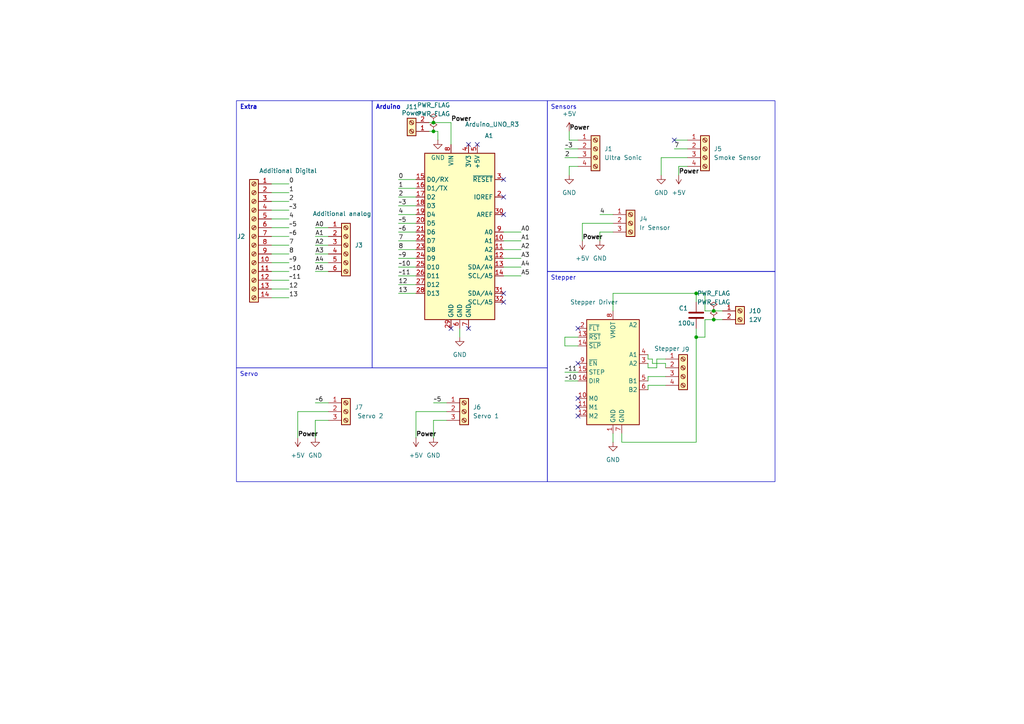
<source format=kicad_sch>
(kicad_sch
	(version 20250114)
	(generator "eeschema")
	(generator_version "9.0")
	(uuid "6d169c84-1588-4a10-abe6-9cb6895cfa9d")
	(paper "A4")
	(lib_symbols
		(symbol "Connector:Screw_Terminal_01x02"
			(pin_names
				(offset 1.016)
				(hide yes)
			)
			(exclude_from_sim no)
			(in_bom yes)
			(on_board yes)
			(property "Reference" "J"
				(at 0 2.54 0)
				(effects
					(font
						(size 1.27 1.27)
					)
				)
			)
			(property "Value" "Screw_Terminal_01x02"
				(at 0 -5.08 0)
				(effects
					(font
						(size 1.27 1.27)
					)
				)
			)
			(property "Footprint" ""
				(at 0 0 0)
				(effects
					(font
						(size 1.27 1.27)
					)
					(hide yes)
				)
			)
			(property "Datasheet" "~"
				(at 0 0 0)
				(effects
					(font
						(size 1.27 1.27)
					)
					(hide yes)
				)
			)
			(property "Description" "Generic screw terminal, single row, 01x02, script generated (kicad-library-utils/schlib/autogen/connector/)"
				(at 0 0 0)
				(effects
					(font
						(size 1.27 1.27)
					)
					(hide yes)
				)
			)
			(property "ki_keywords" "screw terminal"
				(at 0 0 0)
				(effects
					(font
						(size 1.27 1.27)
					)
					(hide yes)
				)
			)
			(property "ki_fp_filters" "TerminalBlock*:*"
				(at 0 0 0)
				(effects
					(font
						(size 1.27 1.27)
					)
					(hide yes)
				)
			)
			(symbol "Screw_Terminal_01x02_1_1"
				(rectangle
					(start -1.27 1.27)
					(end 1.27 -3.81)
					(stroke
						(width 0.254)
						(type default)
					)
					(fill
						(type background)
					)
				)
				(polyline
					(pts
						(xy -0.5334 0.3302) (xy 0.3302 -0.508)
					)
					(stroke
						(width 0.1524)
						(type default)
					)
					(fill
						(type none)
					)
				)
				(polyline
					(pts
						(xy -0.5334 -2.2098) (xy 0.3302 -3.048)
					)
					(stroke
						(width 0.1524)
						(type default)
					)
					(fill
						(type none)
					)
				)
				(polyline
					(pts
						(xy -0.3556 0.508) (xy 0.508 -0.3302)
					)
					(stroke
						(width 0.1524)
						(type default)
					)
					(fill
						(type none)
					)
				)
				(polyline
					(pts
						(xy -0.3556 -2.032) (xy 0.508 -2.8702)
					)
					(stroke
						(width 0.1524)
						(type default)
					)
					(fill
						(type none)
					)
				)
				(circle
					(center 0 0)
					(radius 0.635)
					(stroke
						(width 0.1524)
						(type default)
					)
					(fill
						(type none)
					)
				)
				(circle
					(center 0 -2.54)
					(radius 0.635)
					(stroke
						(width 0.1524)
						(type default)
					)
					(fill
						(type none)
					)
				)
				(pin passive line
					(at -5.08 0 0)
					(length 3.81)
					(name "Pin_1"
						(effects
							(font
								(size 1.27 1.27)
							)
						)
					)
					(number "1"
						(effects
							(font
								(size 1.27 1.27)
							)
						)
					)
				)
				(pin passive line
					(at -5.08 -2.54 0)
					(length 3.81)
					(name "Pin_2"
						(effects
							(font
								(size 1.27 1.27)
							)
						)
					)
					(number "2"
						(effects
							(font
								(size 1.27 1.27)
							)
						)
					)
				)
			)
			(embedded_fonts no)
		)
		(symbol "Connector:Screw_Terminal_01x03"
			(pin_names
				(offset 1.016)
				(hide yes)
			)
			(exclude_from_sim no)
			(in_bom yes)
			(on_board yes)
			(property "Reference" "J"
				(at 0 5.08 0)
				(effects
					(font
						(size 1.27 1.27)
					)
				)
			)
			(property "Value" "Screw_Terminal_01x03"
				(at 0 -5.08 0)
				(effects
					(font
						(size 1.27 1.27)
					)
				)
			)
			(property "Footprint" ""
				(at 0 0 0)
				(effects
					(font
						(size 1.27 1.27)
					)
					(hide yes)
				)
			)
			(property "Datasheet" "~"
				(at 0 0 0)
				(effects
					(font
						(size 1.27 1.27)
					)
					(hide yes)
				)
			)
			(property "Description" "Generic screw terminal, single row, 01x03, script generated (kicad-library-utils/schlib/autogen/connector/)"
				(at 0 0 0)
				(effects
					(font
						(size 1.27 1.27)
					)
					(hide yes)
				)
			)
			(property "ki_keywords" "screw terminal"
				(at 0 0 0)
				(effects
					(font
						(size 1.27 1.27)
					)
					(hide yes)
				)
			)
			(property "ki_fp_filters" "TerminalBlock*:*"
				(at 0 0 0)
				(effects
					(font
						(size 1.27 1.27)
					)
					(hide yes)
				)
			)
			(symbol "Screw_Terminal_01x03_1_1"
				(rectangle
					(start -1.27 3.81)
					(end 1.27 -3.81)
					(stroke
						(width 0.254)
						(type default)
					)
					(fill
						(type background)
					)
				)
				(polyline
					(pts
						(xy -0.5334 2.8702) (xy 0.3302 2.032)
					)
					(stroke
						(width 0.1524)
						(type default)
					)
					(fill
						(type none)
					)
				)
				(polyline
					(pts
						(xy -0.5334 0.3302) (xy 0.3302 -0.508)
					)
					(stroke
						(width 0.1524)
						(type default)
					)
					(fill
						(type none)
					)
				)
				(polyline
					(pts
						(xy -0.5334 -2.2098) (xy 0.3302 -3.048)
					)
					(stroke
						(width 0.1524)
						(type default)
					)
					(fill
						(type none)
					)
				)
				(polyline
					(pts
						(xy -0.3556 3.048) (xy 0.508 2.2098)
					)
					(stroke
						(width 0.1524)
						(type default)
					)
					(fill
						(type none)
					)
				)
				(polyline
					(pts
						(xy -0.3556 0.508) (xy 0.508 -0.3302)
					)
					(stroke
						(width 0.1524)
						(type default)
					)
					(fill
						(type none)
					)
				)
				(polyline
					(pts
						(xy -0.3556 -2.032) (xy 0.508 -2.8702)
					)
					(stroke
						(width 0.1524)
						(type default)
					)
					(fill
						(type none)
					)
				)
				(circle
					(center 0 2.54)
					(radius 0.635)
					(stroke
						(width 0.1524)
						(type default)
					)
					(fill
						(type none)
					)
				)
				(circle
					(center 0 0)
					(radius 0.635)
					(stroke
						(width 0.1524)
						(type default)
					)
					(fill
						(type none)
					)
				)
				(circle
					(center 0 -2.54)
					(radius 0.635)
					(stroke
						(width 0.1524)
						(type default)
					)
					(fill
						(type none)
					)
				)
				(pin passive line
					(at -5.08 2.54 0)
					(length 3.81)
					(name "Pin_1"
						(effects
							(font
								(size 1.27 1.27)
							)
						)
					)
					(number "1"
						(effects
							(font
								(size 1.27 1.27)
							)
						)
					)
				)
				(pin passive line
					(at -5.08 0 0)
					(length 3.81)
					(name "Pin_2"
						(effects
							(font
								(size 1.27 1.27)
							)
						)
					)
					(number "2"
						(effects
							(font
								(size 1.27 1.27)
							)
						)
					)
				)
				(pin passive line
					(at -5.08 -2.54 0)
					(length 3.81)
					(name "Pin_3"
						(effects
							(font
								(size 1.27 1.27)
							)
						)
					)
					(number "3"
						(effects
							(font
								(size 1.27 1.27)
							)
						)
					)
				)
			)
			(embedded_fonts no)
		)
		(symbol "Connector:Screw_Terminal_01x04"
			(pin_names
				(offset 1.016)
				(hide yes)
			)
			(exclude_from_sim no)
			(in_bom yes)
			(on_board yes)
			(property "Reference" "J"
				(at 0 5.08 0)
				(effects
					(font
						(size 1.27 1.27)
					)
				)
			)
			(property "Value" "Screw_Terminal_01x04"
				(at 0 -7.62 0)
				(effects
					(font
						(size 1.27 1.27)
					)
				)
			)
			(property "Footprint" ""
				(at 0 0 0)
				(effects
					(font
						(size 1.27 1.27)
					)
					(hide yes)
				)
			)
			(property "Datasheet" "~"
				(at 0 0 0)
				(effects
					(font
						(size 1.27 1.27)
					)
					(hide yes)
				)
			)
			(property "Description" "Generic screw terminal, single row, 01x04, script generated (kicad-library-utils/schlib/autogen/connector/)"
				(at 0 0 0)
				(effects
					(font
						(size 1.27 1.27)
					)
					(hide yes)
				)
			)
			(property "ki_keywords" "screw terminal"
				(at 0 0 0)
				(effects
					(font
						(size 1.27 1.27)
					)
					(hide yes)
				)
			)
			(property "ki_fp_filters" "TerminalBlock*:*"
				(at 0 0 0)
				(effects
					(font
						(size 1.27 1.27)
					)
					(hide yes)
				)
			)
			(symbol "Screw_Terminal_01x04_1_1"
				(rectangle
					(start -1.27 3.81)
					(end 1.27 -6.35)
					(stroke
						(width 0.254)
						(type default)
					)
					(fill
						(type background)
					)
				)
				(polyline
					(pts
						(xy -0.5334 2.8702) (xy 0.3302 2.032)
					)
					(stroke
						(width 0.1524)
						(type default)
					)
					(fill
						(type none)
					)
				)
				(polyline
					(pts
						(xy -0.5334 0.3302) (xy 0.3302 -0.508)
					)
					(stroke
						(width 0.1524)
						(type default)
					)
					(fill
						(type none)
					)
				)
				(polyline
					(pts
						(xy -0.5334 -2.2098) (xy 0.3302 -3.048)
					)
					(stroke
						(width 0.1524)
						(type default)
					)
					(fill
						(type none)
					)
				)
				(polyline
					(pts
						(xy -0.5334 -4.7498) (xy 0.3302 -5.588)
					)
					(stroke
						(width 0.1524)
						(type default)
					)
					(fill
						(type none)
					)
				)
				(polyline
					(pts
						(xy -0.3556 3.048) (xy 0.508 2.2098)
					)
					(stroke
						(width 0.1524)
						(type default)
					)
					(fill
						(type none)
					)
				)
				(polyline
					(pts
						(xy -0.3556 0.508) (xy 0.508 -0.3302)
					)
					(stroke
						(width 0.1524)
						(type default)
					)
					(fill
						(type none)
					)
				)
				(polyline
					(pts
						(xy -0.3556 -2.032) (xy 0.508 -2.8702)
					)
					(stroke
						(width 0.1524)
						(type default)
					)
					(fill
						(type none)
					)
				)
				(polyline
					(pts
						(xy -0.3556 -4.572) (xy 0.508 -5.4102)
					)
					(stroke
						(width 0.1524)
						(type default)
					)
					(fill
						(type none)
					)
				)
				(circle
					(center 0 2.54)
					(radius 0.635)
					(stroke
						(width 0.1524)
						(type default)
					)
					(fill
						(type none)
					)
				)
				(circle
					(center 0 0)
					(radius 0.635)
					(stroke
						(width 0.1524)
						(type default)
					)
					(fill
						(type none)
					)
				)
				(circle
					(center 0 -2.54)
					(radius 0.635)
					(stroke
						(width 0.1524)
						(type default)
					)
					(fill
						(type none)
					)
				)
				(circle
					(center 0 -5.08)
					(radius 0.635)
					(stroke
						(width 0.1524)
						(type default)
					)
					(fill
						(type none)
					)
				)
				(pin passive line
					(at -5.08 2.54 0)
					(length 3.81)
					(name "Pin_1"
						(effects
							(font
								(size 1.27 1.27)
							)
						)
					)
					(number "1"
						(effects
							(font
								(size 1.27 1.27)
							)
						)
					)
				)
				(pin passive line
					(at -5.08 0 0)
					(length 3.81)
					(name "Pin_2"
						(effects
							(font
								(size 1.27 1.27)
							)
						)
					)
					(number "2"
						(effects
							(font
								(size 1.27 1.27)
							)
						)
					)
				)
				(pin passive line
					(at -5.08 -2.54 0)
					(length 3.81)
					(name "Pin_3"
						(effects
							(font
								(size 1.27 1.27)
							)
						)
					)
					(number "3"
						(effects
							(font
								(size 1.27 1.27)
							)
						)
					)
				)
				(pin passive line
					(at -5.08 -5.08 0)
					(length 3.81)
					(name "Pin_4"
						(effects
							(font
								(size 1.27 1.27)
							)
						)
					)
					(number "4"
						(effects
							(font
								(size 1.27 1.27)
							)
						)
					)
				)
			)
			(embedded_fonts no)
		)
		(symbol "Connector:Screw_Terminal_01x06"
			(pin_names
				(offset 1.016)
				(hide yes)
			)
			(exclude_from_sim no)
			(in_bom yes)
			(on_board yes)
			(property "Reference" "J"
				(at 0 7.62 0)
				(effects
					(font
						(size 1.27 1.27)
					)
				)
			)
			(property "Value" "Screw_Terminal_01x06"
				(at 0 -10.16 0)
				(effects
					(font
						(size 1.27 1.27)
					)
				)
			)
			(property "Footprint" ""
				(at 0 0 0)
				(effects
					(font
						(size 1.27 1.27)
					)
					(hide yes)
				)
			)
			(property "Datasheet" "~"
				(at 0 0 0)
				(effects
					(font
						(size 1.27 1.27)
					)
					(hide yes)
				)
			)
			(property "Description" "Generic screw terminal, single row, 01x06, script generated (kicad-library-utils/schlib/autogen/connector/)"
				(at 0 0 0)
				(effects
					(font
						(size 1.27 1.27)
					)
					(hide yes)
				)
			)
			(property "ki_keywords" "screw terminal"
				(at 0 0 0)
				(effects
					(font
						(size 1.27 1.27)
					)
					(hide yes)
				)
			)
			(property "ki_fp_filters" "TerminalBlock*:*"
				(at 0 0 0)
				(effects
					(font
						(size 1.27 1.27)
					)
					(hide yes)
				)
			)
			(symbol "Screw_Terminal_01x06_1_1"
				(rectangle
					(start -1.27 6.35)
					(end 1.27 -8.89)
					(stroke
						(width 0.254)
						(type default)
					)
					(fill
						(type background)
					)
				)
				(polyline
					(pts
						(xy -0.5334 5.4102) (xy 0.3302 4.572)
					)
					(stroke
						(width 0.1524)
						(type default)
					)
					(fill
						(type none)
					)
				)
				(polyline
					(pts
						(xy -0.5334 2.8702) (xy 0.3302 2.032)
					)
					(stroke
						(width 0.1524)
						(type default)
					)
					(fill
						(type none)
					)
				)
				(polyline
					(pts
						(xy -0.5334 0.3302) (xy 0.3302 -0.508)
					)
					(stroke
						(width 0.1524)
						(type default)
					)
					(fill
						(type none)
					)
				)
				(polyline
					(pts
						(xy -0.5334 -2.2098) (xy 0.3302 -3.048)
					)
					(stroke
						(width 0.1524)
						(type default)
					)
					(fill
						(type none)
					)
				)
				(polyline
					(pts
						(xy -0.5334 -4.7498) (xy 0.3302 -5.588)
					)
					(stroke
						(width 0.1524)
						(type default)
					)
					(fill
						(type none)
					)
				)
				(polyline
					(pts
						(xy -0.5334 -7.2898) (xy 0.3302 -8.128)
					)
					(stroke
						(width 0.1524)
						(type default)
					)
					(fill
						(type none)
					)
				)
				(polyline
					(pts
						(xy -0.3556 5.588) (xy 0.508 4.7498)
					)
					(stroke
						(width 0.1524)
						(type default)
					)
					(fill
						(type none)
					)
				)
				(polyline
					(pts
						(xy -0.3556 3.048) (xy 0.508 2.2098)
					)
					(stroke
						(width 0.1524)
						(type default)
					)
					(fill
						(type none)
					)
				)
				(polyline
					(pts
						(xy -0.3556 0.508) (xy 0.508 -0.3302)
					)
					(stroke
						(width 0.1524)
						(type default)
					)
					(fill
						(type none)
					)
				)
				(polyline
					(pts
						(xy -0.3556 -2.032) (xy 0.508 -2.8702)
					)
					(stroke
						(width 0.1524)
						(type default)
					)
					(fill
						(type none)
					)
				)
				(polyline
					(pts
						(xy -0.3556 -4.572) (xy 0.508 -5.4102)
					)
					(stroke
						(width 0.1524)
						(type default)
					)
					(fill
						(type none)
					)
				)
				(polyline
					(pts
						(xy -0.3556 -7.112) (xy 0.508 -7.9502)
					)
					(stroke
						(width 0.1524)
						(type default)
					)
					(fill
						(type none)
					)
				)
				(circle
					(center 0 5.08)
					(radius 0.635)
					(stroke
						(width 0.1524)
						(type default)
					)
					(fill
						(type none)
					)
				)
				(circle
					(center 0 2.54)
					(radius 0.635)
					(stroke
						(width 0.1524)
						(type default)
					)
					(fill
						(type none)
					)
				)
				(circle
					(center 0 0)
					(radius 0.635)
					(stroke
						(width 0.1524)
						(type default)
					)
					(fill
						(type none)
					)
				)
				(circle
					(center 0 -2.54)
					(radius 0.635)
					(stroke
						(width 0.1524)
						(type default)
					)
					(fill
						(type none)
					)
				)
				(circle
					(center 0 -5.08)
					(radius 0.635)
					(stroke
						(width 0.1524)
						(type default)
					)
					(fill
						(type none)
					)
				)
				(circle
					(center 0 -7.62)
					(radius 0.635)
					(stroke
						(width 0.1524)
						(type default)
					)
					(fill
						(type none)
					)
				)
				(pin passive line
					(at -5.08 5.08 0)
					(length 3.81)
					(name "Pin_1"
						(effects
							(font
								(size 1.27 1.27)
							)
						)
					)
					(number "1"
						(effects
							(font
								(size 1.27 1.27)
							)
						)
					)
				)
				(pin passive line
					(at -5.08 2.54 0)
					(length 3.81)
					(name "Pin_2"
						(effects
							(font
								(size 1.27 1.27)
							)
						)
					)
					(number "2"
						(effects
							(font
								(size 1.27 1.27)
							)
						)
					)
				)
				(pin passive line
					(at -5.08 0 0)
					(length 3.81)
					(name "Pin_3"
						(effects
							(font
								(size 1.27 1.27)
							)
						)
					)
					(number "3"
						(effects
							(font
								(size 1.27 1.27)
							)
						)
					)
				)
				(pin passive line
					(at -5.08 -2.54 0)
					(length 3.81)
					(name "Pin_4"
						(effects
							(font
								(size 1.27 1.27)
							)
						)
					)
					(number "4"
						(effects
							(font
								(size 1.27 1.27)
							)
						)
					)
				)
				(pin passive line
					(at -5.08 -5.08 0)
					(length 3.81)
					(name "Pin_5"
						(effects
							(font
								(size 1.27 1.27)
							)
						)
					)
					(number "5"
						(effects
							(font
								(size 1.27 1.27)
							)
						)
					)
				)
				(pin passive line
					(at -5.08 -7.62 0)
					(length 3.81)
					(name "Pin_6"
						(effects
							(font
								(size 1.27 1.27)
							)
						)
					)
					(number "6"
						(effects
							(font
								(size 1.27 1.27)
							)
						)
					)
				)
			)
			(embedded_fonts no)
		)
		(symbol "Connector:Screw_Terminal_01x14"
			(pin_names
				(offset 1.016)
				(hide yes)
			)
			(exclude_from_sim no)
			(in_bom yes)
			(on_board yes)
			(property "Reference" "J"
				(at 0 17.78 0)
				(effects
					(font
						(size 1.27 1.27)
					)
				)
			)
			(property "Value" "Screw_Terminal_01x14"
				(at 0 -20.32 0)
				(effects
					(font
						(size 1.27 1.27)
					)
				)
			)
			(property "Footprint" ""
				(at 0 0 0)
				(effects
					(font
						(size 1.27 1.27)
					)
					(hide yes)
				)
			)
			(property "Datasheet" "~"
				(at 0 0 0)
				(effects
					(font
						(size 1.27 1.27)
					)
					(hide yes)
				)
			)
			(property "Description" "Generic screw terminal, single row, 01x14, script generated (kicad-library-utils/schlib/autogen/connector/)"
				(at 0 0 0)
				(effects
					(font
						(size 1.27 1.27)
					)
					(hide yes)
				)
			)
			(property "ki_keywords" "screw terminal"
				(at 0 0 0)
				(effects
					(font
						(size 1.27 1.27)
					)
					(hide yes)
				)
			)
			(property "ki_fp_filters" "TerminalBlock*:*"
				(at 0 0 0)
				(effects
					(font
						(size 1.27 1.27)
					)
					(hide yes)
				)
			)
			(symbol "Screw_Terminal_01x14_1_1"
				(rectangle
					(start -1.27 16.51)
					(end 1.27 -19.05)
					(stroke
						(width 0.254)
						(type default)
					)
					(fill
						(type background)
					)
				)
				(polyline
					(pts
						(xy -0.5334 15.5702) (xy 0.3302 14.732)
					)
					(stroke
						(width 0.1524)
						(type default)
					)
					(fill
						(type none)
					)
				)
				(polyline
					(pts
						(xy -0.5334 13.0302) (xy 0.3302 12.192)
					)
					(stroke
						(width 0.1524)
						(type default)
					)
					(fill
						(type none)
					)
				)
				(polyline
					(pts
						(xy -0.5334 10.4902) (xy 0.3302 9.652)
					)
					(stroke
						(width 0.1524)
						(type default)
					)
					(fill
						(type none)
					)
				)
				(polyline
					(pts
						(xy -0.5334 7.9502) (xy 0.3302 7.112)
					)
					(stroke
						(width 0.1524)
						(type default)
					)
					(fill
						(type none)
					)
				)
				(polyline
					(pts
						(xy -0.5334 5.4102) (xy 0.3302 4.572)
					)
					(stroke
						(width 0.1524)
						(type default)
					)
					(fill
						(type none)
					)
				)
				(polyline
					(pts
						(xy -0.5334 2.8702) (xy 0.3302 2.032)
					)
					(stroke
						(width 0.1524)
						(type default)
					)
					(fill
						(type none)
					)
				)
				(polyline
					(pts
						(xy -0.5334 0.3302) (xy 0.3302 -0.508)
					)
					(stroke
						(width 0.1524)
						(type default)
					)
					(fill
						(type none)
					)
				)
				(polyline
					(pts
						(xy -0.5334 -2.2098) (xy 0.3302 -3.048)
					)
					(stroke
						(width 0.1524)
						(type default)
					)
					(fill
						(type none)
					)
				)
				(polyline
					(pts
						(xy -0.5334 -4.7498) (xy 0.3302 -5.588)
					)
					(stroke
						(width 0.1524)
						(type default)
					)
					(fill
						(type none)
					)
				)
				(polyline
					(pts
						(xy -0.5334 -7.2898) (xy 0.3302 -8.128)
					)
					(stroke
						(width 0.1524)
						(type default)
					)
					(fill
						(type none)
					)
				)
				(polyline
					(pts
						(xy -0.5334 -9.8298) (xy 0.3302 -10.668)
					)
					(stroke
						(width 0.1524)
						(type default)
					)
					(fill
						(type none)
					)
				)
				(polyline
					(pts
						(xy -0.5334 -12.3698) (xy 0.3302 -13.208)
					)
					(stroke
						(width 0.1524)
						(type default)
					)
					(fill
						(type none)
					)
				)
				(polyline
					(pts
						(xy -0.5334 -14.9098) (xy 0.3302 -15.748)
					)
					(stroke
						(width 0.1524)
						(type default)
					)
					(fill
						(type none)
					)
				)
				(polyline
					(pts
						(xy -0.5334 -17.4498) (xy 0.3302 -18.288)
					)
					(stroke
						(width 0.1524)
						(type default)
					)
					(fill
						(type none)
					)
				)
				(polyline
					(pts
						(xy -0.3556 15.748) (xy 0.508 14.9098)
					)
					(stroke
						(width 0.1524)
						(type default)
					)
					(fill
						(type none)
					)
				)
				(polyline
					(pts
						(xy -0.3556 13.208) (xy 0.508 12.3698)
					)
					(stroke
						(width 0.1524)
						(type default)
					)
					(fill
						(type none)
					)
				)
				(polyline
					(pts
						(xy -0.3556 10.668) (xy 0.508 9.8298)
					)
					(stroke
						(width 0.1524)
						(type default)
					)
					(fill
						(type none)
					)
				)
				(polyline
					(pts
						(xy -0.3556 8.128) (xy 0.508 7.2898)
					)
					(stroke
						(width 0.1524)
						(type default)
					)
					(fill
						(type none)
					)
				)
				(polyline
					(pts
						(xy -0.3556 5.588) (xy 0.508 4.7498)
					)
					(stroke
						(width 0.1524)
						(type default)
					)
					(fill
						(type none)
					)
				)
				(polyline
					(pts
						(xy -0.3556 3.048) (xy 0.508 2.2098)
					)
					(stroke
						(width 0.1524)
						(type default)
					)
					(fill
						(type none)
					)
				)
				(polyline
					(pts
						(xy -0.3556 0.508) (xy 0.508 -0.3302)
					)
					(stroke
						(width 0.1524)
						(type default)
					)
					(fill
						(type none)
					)
				)
				(polyline
					(pts
						(xy -0.3556 -2.032) (xy 0.508 -2.8702)
					)
					(stroke
						(width 0.1524)
						(type default)
					)
					(fill
						(type none)
					)
				)
				(polyline
					(pts
						(xy -0.3556 -4.572) (xy 0.508 -5.4102)
					)
					(stroke
						(width 0.1524)
						(type default)
					)
					(fill
						(type none)
					)
				)
				(polyline
					(pts
						(xy -0.3556 -7.112) (xy 0.508 -7.9502)
					)
					(stroke
						(width 0.1524)
						(type default)
					)
					(fill
						(type none)
					)
				)
				(polyline
					(pts
						(xy -0.3556 -9.652) (xy 0.508 -10.4902)
					)
					(stroke
						(width 0.1524)
						(type default)
					)
					(fill
						(type none)
					)
				)
				(polyline
					(pts
						(xy -0.3556 -12.192) (xy 0.508 -13.0302)
					)
					(stroke
						(width 0.1524)
						(type default)
					)
					(fill
						(type none)
					)
				)
				(polyline
					(pts
						(xy -0.3556 -14.732) (xy 0.508 -15.5702)
					)
					(stroke
						(width 0.1524)
						(type default)
					)
					(fill
						(type none)
					)
				)
				(polyline
					(pts
						(xy -0.3556 -17.272) (xy 0.508 -18.1102)
					)
					(stroke
						(width 0.1524)
						(type default)
					)
					(fill
						(type none)
					)
				)
				(circle
					(center 0 15.24)
					(radius 0.635)
					(stroke
						(width 0.1524)
						(type default)
					)
					(fill
						(type none)
					)
				)
				(circle
					(center 0 12.7)
					(radius 0.635)
					(stroke
						(width 0.1524)
						(type default)
					)
					(fill
						(type none)
					)
				)
				(circle
					(center 0 10.16)
					(radius 0.635)
					(stroke
						(width 0.1524)
						(type default)
					)
					(fill
						(type none)
					)
				)
				(circle
					(center 0 7.62)
					(radius 0.635)
					(stroke
						(width 0.1524)
						(type default)
					)
					(fill
						(type none)
					)
				)
				(circle
					(center 0 5.08)
					(radius 0.635)
					(stroke
						(width 0.1524)
						(type default)
					)
					(fill
						(type none)
					)
				)
				(circle
					(center 0 2.54)
					(radius 0.635)
					(stroke
						(width 0.1524)
						(type default)
					)
					(fill
						(type none)
					)
				)
				(circle
					(center 0 0)
					(radius 0.635)
					(stroke
						(width 0.1524)
						(type default)
					)
					(fill
						(type none)
					)
				)
				(circle
					(center 0 -2.54)
					(radius 0.635)
					(stroke
						(width 0.1524)
						(type default)
					)
					(fill
						(type none)
					)
				)
				(circle
					(center 0 -5.08)
					(radius 0.635)
					(stroke
						(width 0.1524)
						(type default)
					)
					(fill
						(type none)
					)
				)
				(circle
					(center 0 -7.62)
					(radius 0.635)
					(stroke
						(width 0.1524)
						(type default)
					)
					(fill
						(type none)
					)
				)
				(circle
					(center 0 -10.16)
					(radius 0.635)
					(stroke
						(width 0.1524)
						(type default)
					)
					(fill
						(type none)
					)
				)
				(circle
					(center 0 -12.7)
					(radius 0.635)
					(stroke
						(width 0.1524)
						(type default)
					)
					(fill
						(type none)
					)
				)
				(circle
					(center 0 -15.24)
					(radius 0.635)
					(stroke
						(width 0.1524)
						(type default)
					)
					(fill
						(type none)
					)
				)
				(circle
					(center 0 -17.78)
					(radius 0.635)
					(stroke
						(width 0.1524)
						(type default)
					)
					(fill
						(type none)
					)
				)
				(pin passive line
					(at -5.08 15.24 0)
					(length 3.81)
					(name "Pin_1"
						(effects
							(font
								(size 1.27 1.27)
							)
						)
					)
					(number "1"
						(effects
							(font
								(size 1.27 1.27)
							)
						)
					)
				)
				(pin passive line
					(at -5.08 12.7 0)
					(length 3.81)
					(name "Pin_2"
						(effects
							(font
								(size 1.27 1.27)
							)
						)
					)
					(number "2"
						(effects
							(font
								(size 1.27 1.27)
							)
						)
					)
				)
				(pin passive line
					(at -5.08 10.16 0)
					(length 3.81)
					(name "Pin_3"
						(effects
							(font
								(size 1.27 1.27)
							)
						)
					)
					(number "3"
						(effects
							(font
								(size 1.27 1.27)
							)
						)
					)
				)
				(pin passive line
					(at -5.08 7.62 0)
					(length 3.81)
					(name "Pin_4"
						(effects
							(font
								(size 1.27 1.27)
							)
						)
					)
					(number "4"
						(effects
							(font
								(size 1.27 1.27)
							)
						)
					)
				)
				(pin passive line
					(at -5.08 5.08 0)
					(length 3.81)
					(name "Pin_5"
						(effects
							(font
								(size 1.27 1.27)
							)
						)
					)
					(number "5"
						(effects
							(font
								(size 1.27 1.27)
							)
						)
					)
				)
				(pin passive line
					(at -5.08 2.54 0)
					(length 3.81)
					(name "Pin_6"
						(effects
							(font
								(size 1.27 1.27)
							)
						)
					)
					(number "6"
						(effects
							(font
								(size 1.27 1.27)
							)
						)
					)
				)
				(pin passive line
					(at -5.08 0 0)
					(length 3.81)
					(name "Pin_7"
						(effects
							(font
								(size 1.27 1.27)
							)
						)
					)
					(number "7"
						(effects
							(font
								(size 1.27 1.27)
							)
						)
					)
				)
				(pin passive line
					(at -5.08 -2.54 0)
					(length 3.81)
					(name "Pin_8"
						(effects
							(font
								(size 1.27 1.27)
							)
						)
					)
					(number "8"
						(effects
							(font
								(size 1.27 1.27)
							)
						)
					)
				)
				(pin passive line
					(at -5.08 -5.08 0)
					(length 3.81)
					(name "Pin_9"
						(effects
							(font
								(size 1.27 1.27)
							)
						)
					)
					(number "9"
						(effects
							(font
								(size 1.27 1.27)
							)
						)
					)
				)
				(pin passive line
					(at -5.08 -7.62 0)
					(length 3.81)
					(name "Pin_10"
						(effects
							(font
								(size 1.27 1.27)
							)
						)
					)
					(number "10"
						(effects
							(font
								(size 1.27 1.27)
							)
						)
					)
				)
				(pin passive line
					(at -5.08 -10.16 0)
					(length 3.81)
					(name "Pin_11"
						(effects
							(font
								(size 1.27 1.27)
							)
						)
					)
					(number "11"
						(effects
							(font
								(size 1.27 1.27)
							)
						)
					)
				)
				(pin passive line
					(at -5.08 -12.7 0)
					(length 3.81)
					(name "Pin_12"
						(effects
							(font
								(size 1.27 1.27)
							)
						)
					)
					(number "12"
						(effects
							(font
								(size 1.27 1.27)
							)
						)
					)
				)
				(pin passive line
					(at -5.08 -15.24 0)
					(length 3.81)
					(name "Pin_13"
						(effects
							(font
								(size 1.27 1.27)
							)
						)
					)
					(number "13"
						(effects
							(font
								(size 1.27 1.27)
							)
						)
					)
				)
				(pin passive line
					(at -5.08 -17.78 0)
					(length 3.81)
					(name "Pin_14"
						(effects
							(font
								(size 1.27 1.27)
							)
						)
					)
					(number "14"
						(effects
							(font
								(size 1.27 1.27)
							)
						)
					)
				)
			)
			(embedded_fonts no)
		)
		(symbol "Device:C"
			(pin_numbers
				(hide yes)
			)
			(pin_names
				(offset 0.254)
			)
			(exclude_from_sim no)
			(in_bom yes)
			(on_board yes)
			(property "Reference" "C"
				(at 0.635 2.54 0)
				(effects
					(font
						(size 1.27 1.27)
					)
					(justify left)
				)
			)
			(property "Value" "C"
				(at 0.635 -2.54 0)
				(effects
					(font
						(size 1.27 1.27)
					)
					(justify left)
				)
			)
			(property "Footprint" ""
				(at 0.9652 -3.81 0)
				(effects
					(font
						(size 1.27 1.27)
					)
					(hide yes)
				)
			)
			(property "Datasheet" "~"
				(at 0 0 0)
				(effects
					(font
						(size 1.27 1.27)
					)
					(hide yes)
				)
			)
			(property "Description" "Unpolarized capacitor"
				(at 0 0 0)
				(effects
					(font
						(size 1.27 1.27)
					)
					(hide yes)
				)
			)
			(property "ki_keywords" "cap capacitor"
				(at 0 0 0)
				(effects
					(font
						(size 1.27 1.27)
					)
					(hide yes)
				)
			)
			(property "ki_fp_filters" "C_*"
				(at 0 0 0)
				(effects
					(font
						(size 1.27 1.27)
					)
					(hide yes)
				)
			)
			(symbol "C_0_1"
				(polyline
					(pts
						(xy -2.032 0.762) (xy 2.032 0.762)
					)
					(stroke
						(width 0.508)
						(type default)
					)
					(fill
						(type none)
					)
				)
				(polyline
					(pts
						(xy -2.032 -0.762) (xy 2.032 -0.762)
					)
					(stroke
						(width 0.508)
						(type default)
					)
					(fill
						(type none)
					)
				)
			)
			(symbol "C_1_1"
				(pin passive line
					(at 0 3.81 270)
					(length 2.794)
					(name "~"
						(effects
							(font
								(size 1.27 1.27)
							)
						)
					)
					(number "1"
						(effects
							(font
								(size 1.27 1.27)
							)
						)
					)
				)
				(pin passive line
					(at 0 -3.81 90)
					(length 2.794)
					(name "~"
						(effects
							(font
								(size 1.27 1.27)
							)
						)
					)
					(number "2"
						(effects
							(font
								(size 1.27 1.27)
							)
						)
					)
				)
			)
			(embedded_fonts no)
		)
		(symbol "Driver_Motor:Pololu_Breakout_DRV8825"
			(exclude_from_sim no)
			(in_bom yes)
			(on_board yes)
			(property "Reference" "A"
				(at -2.54 16.51 0)
				(effects
					(font
						(size 1.27 1.27)
					)
					(justify right)
				)
			)
			(property "Value" "Pololu_Breakout_DRV8825"
				(at -2.54 13.97 0)
				(effects
					(font
						(size 1.27 1.27)
					)
					(justify right)
				)
			)
			(property "Footprint" "Module:Pololu_Breakout-16_15.2x20.3mm"
				(at 5.08 -20.32 0)
				(effects
					(font
						(size 1.27 1.27)
					)
					(justify left)
					(hide yes)
				)
			)
			(property "Datasheet" "https://www.pololu.com/product/2982"
				(at 2.54 -7.62 0)
				(effects
					(font
						(size 1.27 1.27)
					)
					(hide yes)
				)
			)
			(property "Description" "Pololu Breakout Board, Stepper Driver DRV8825"
				(at 0 0 0)
				(effects
					(font
						(size 1.27 1.27)
					)
					(hide yes)
				)
			)
			(property "ki_keywords" "Pololu Breakout Board Stepper Driver DRV8825"
				(at 0 0 0)
				(effects
					(font
						(size 1.27 1.27)
					)
					(hide yes)
				)
			)
			(property "ki_fp_filters" "Pololu*Breakout*15.2x20.3mm*"
				(at 0 0 0)
				(effects
					(font
						(size 1.27 1.27)
					)
					(hide yes)
				)
			)
			(symbol "Pololu_Breakout_DRV8825_0_1"
				(rectangle
					(start 7.62 -17.78)
					(end -7.62 12.7)
					(stroke
						(width 0.254)
						(type default)
					)
					(fill
						(type background)
					)
				)
			)
			(symbol "Pololu_Breakout_DRV8825_1_1"
				(pin output line
					(at -10.16 10.16 0)
					(length 2.54)
					(name "~{FLT}"
						(effects
							(font
								(size 1.27 1.27)
							)
						)
					)
					(number "2"
						(effects
							(font
								(size 1.27 1.27)
							)
						)
					)
				)
				(pin input line
					(at -10.16 7.62 0)
					(length 2.54)
					(name "~{RST}"
						(effects
							(font
								(size 1.27 1.27)
							)
						)
					)
					(number "13"
						(effects
							(font
								(size 1.27 1.27)
							)
						)
					)
				)
				(pin input line
					(at -10.16 5.08 0)
					(length 2.54)
					(name "~{SLP}"
						(effects
							(font
								(size 1.27 1.27)
							)
						)
					)
					(number "14"
						(effects
							(font
								(size 1.27 1.27)
							)
						)
					)
				)
				(pin input line
					(at -10.16 0 0)
					(length 2.54)
					(name "~{EN}"
						(effects
							(font
								(size 1.27 1.27)
							)
						)
					)
					(number "9"
						(effects
							(font
								(size 1.27 1.27)
							)
						)
					)
				)
				(pin input line
					(at -10.16 -2.54 0)
					(length 2.54)
					(name "STEP"
						(effects
							(font
								(size 1.27 1.27)
							)
						)
					)
					(number "15"
						(effects
							(font
								(size 1.27 1.27)
							)
						)
					)
				)
				(pin input line
					(at -10.16 -5.08 0)
					(length 2.54)
					(name "DIR"
						(effects
							(font
								(size 1.27 1.27)
							)
						)
					)
					(number "16"
						(effects
							(font
								(size 1.27 1.27)
							)
						)
					)
				)
				(pin input line
					(at -10.16 -10.16 0)
					(length 2.54)
					(name "M0"
						(effects
							(font
								(size 1.27 1.27)
							)
						)
					)
					(number "10"
						(effects
							(font
								(size 1.27 1.27)
							)
						)
					)
				)
				(pin input line
					(at -10.16 -12.7 0)
					(length 2.54)
					(name "M1"
						(effects
							(font
								(size 1.27 1.27)
							)
						)
					)
					(number "11"
						(effects
							(font
								(size 1.27 1.27)
							)
						)
					)
				)
				(pin input line
					(at -10.16 -15.24 0)
					(length 2.54)
					(name "M2"
						(effects
							(font
								(size 1.27 1.27)
							)
						)
					)
					(number "12"
						(effects
							(font
								(size 1.27 1.27)
							)
						)
					)
				)
				(pin power_in line
					(at 0 15.24 270)
					(length 2.54)
					(name "VMOT"
						(effects
							(font
								(size 1.27 1.27)
							)
						)
					)
					(number "8"
						(effects
							(font
								(size 1.27 1.27)
							)
						)
					)
				)
				(pin power_in line
					(at 0 -20.32 90)
					(length 2.54)
					(name "GND"
						(effects
							(font
								(size 1.27 1.27)
							)
						)
					)
					(number "1"
						(effects
							(font
								(size 1.27 1.27)
							)
						)
					)
				)
				(pin power_in line
					(at 2.54 -20.32 90)
					(length 2.54)
					(name "GND"
						(effects
							(font
								(size 1.27 1.27)
							)
						)
					)
					(number "7"
						(effects
							(font
								(size 1.27 1.27)
							)
						)
					)
				)
				(pin output line
					(at 10.16 2.54 180)
					(length 2.54)
					(name "A1"
						(effects
							(font
								(size 1.27 1.27)
							)
						)
					)
					(number "4"
						(effects
							(font
								(size 1.27 1.27)
							)
						)
					)
				)
				(pin output line
					(at 10.16 0 180)
					(length 2.54)
					(name "A2"
						(effects
							(font
								(size 1.27 1.27)
							)
						)
					)
					(number "3"
						(effects
							(font
								(size 1.27 1.27)
							)
						)
					)
				)
				(pin output line
					(at 10.16 -5.08 180)
					(length 2.54)
					(name "B1"
						(effects
							(font
								(size 1.27 1.27)
							)
						)
					)
					(number "5"
						(effects
							(font
								(size 1.27 1.27)
							)
						)
					)
				)
				(pin output line
					(at 10.16 -7.62 180)
					(length 2.54)
					(name "B2"
						(effects
							(font
								(size 1.27 1.27)
							)
						)
					)
					(number "6"
						(effects
							(font
								(size 1.27 1.27)
							)
						)
					)
				)
			)
			(embedded_fonts no)
		)
		(symbol "MCU_Module:Arduino_UNO_R3"
			(exclude_from_sim no)
			(in_bom yes)
			(on_board yes)
			(property "Reference" "A"
				(at -10.16 23.495 0)
				(effects
					(font
						(size 1.27 1.27)
					)
					(justify left bottom)
				)
			)
			(property "Value" "Arduino_UNO_R3"
				(at 5.08 -26.67 0)
				(effects
					(font
						(size 1.27 1.27)
					)
					(justify left top)
				)
			)
			(property "Footprint" "Module:Arduino_UNO_R3"
				(at 0 0 0)
				(effects
					(font
						(size 1.27 1.27)
						(italic yes)
					)
					(hide yes)
				)
			)
			(property "Datasheet" "https://www.arduino.cc/en/Main/arduinoBoardUno"
				(at 0 0 0)
				(effects
					(font
						(size 1.27 1.27)
					)
					(hide yes)
				)
			)
			(property "Description" "Arduino UNO Microcontroller Module, release 3"
				(at 0 0 0)
				(effects
					(font
						(size 1.27 1.27)
					)
					(hide yes)
				)
			)
			(property "ki_keywords" "Arduino UNO R3 Microcontroller Module Atmel AVR USB"
				(at 0 0 0)
				(effects
					(font
						(size 1.27 1.27)
					)
					(hide yes)
				)
			)
			(property "ki_fp_filters" "Arduino*UNO*R3*"
				(at 0 0 0)
				(effects
					(font
						(size 1.27 1.27)
					)
					(hide yes)
				)
			)
			(symbol "Arduino_UNO_R3_0_1"
				(rectangle
					(start -10.16 22.86)
					(end 10.16 -25.4)
					(stroke
						(width 0.254)
						(type default)
					)
					(fill
						(type background)
					)
				)
			)
			(symbol "Arduino_UNO_R3_1_1"
				(pin bidirectional line
					(at -12.7 15.24 0)
					(length 2.54)
					(name "D0/RX"
						(effects
							(font
								(size 1.27 1.27)
							)
						)
					)
					(number "15"
						(effects
							(font
								(size 1.27 1.27)
							)
						)
					)
				)
				(pin bidirectional line
					(at -12.7 12.7 0)
					(length 2.54)
					(name "D1/TX"
						(effects
							(font
								(size 1.27 1.27)
							)
						)
					)
					(number "16"
						(effects
							(font
								(size 1.27 1.27)
							)
						)
					)
				)
				(pin bidirectional line
					(at -12.7 10.16 0)
					(length 2.54)
					(name "D2"
						(effects
							(font
								(size 1.27 1.27)
							)
						)
					)
					(number "17"
						(effects
							(font
								(size 1.27 1.27)
							)
						)
					)
				)
				(pin bidirectional line
					(at -12.7 7.62 0)
					(length 2.54)
					(name "D3"
						(effects
							(font
								(size 1.27 1.27)
							)
						)
					)
					(number "18"
						(effects
							(font
								(size 1.27 1.27)
							)
						)
					)
				)
				(pin bidirectional line
					(at -12.7 5.08 0)
					(length 2.54)
					(name "D4"
						(effects
							(font
								(size 1.27 1.27)
							)
						)
					)
					(number "19"
						(effects
							(font
								(size 1.27 1.27)
							)
						)
					)
				)
				(pin bidirectional line
					(at -12.7 2.54 0)
					(length 2.54)
					(name "D5"
						(effects
							(font
								(size 1.27 1.27)
							)
						)
					)
					(number "20"
						(effects
							(font
								(size 1.27 1.27)
							)
						)
					)
				)
				(pin bidirectional line
					(at -12.7 0 0)
					(length 2.54)
					(name "D6"
						(effects
							(font
								(size 1.27 1.27)
							)
						)
					)
					(number "21"
						(effects
							(font
								(size 1.27 1.27)
							)
						)
					)
				)
				(pin bidirectional line
					(at -12.7 -2.54 0)
					(length 2.54)
					(name "D7"
						(effects
							(font
								(size 1.27 1.27)
							)
						)
					)
					(number "22"
						(effects
							(font
								(size 1.27 1.27)
							)
						)
					)
				)
				(pin bidirectional line
					(at -12.7 -5.08 0)
					(length 2.54)
					(name "D8"
						(effects
							(font
								(size 1.27 1.27)
							)
						)
					)
					(number "23"
						(effects
							(font
								(size 1.27 1.27)
							)
						)
					)
				)
				(pin bidirectional line
					(at -12.7 -7.62 0)
					(length 2.54)
					(name "D9"
						(effects
							(font
								(size 1.27 1.27)
							)
						)
					)
					(number "24"
						(effects
							(font
								(size 1.27 1.27)
							)
						)
					)
				)
				(pin bidirectional line
					(at -12.7 -10.16 0)
					(length 2.54)
					(name "D10"
						(effects
							(font
								(size 1.27 1.27)
							)
						)
					)
					(number "25"
						(effects
							(font
								(size 1.27 1.27)
							)
						)
					)
				)
				(pin bidirectional line
					(at -12.7 -12.7 0)
					(length 2.54)
					(name "D11"
						(effects
							(font
								(size 1.27 1.27)
							)
						)
					)
					(number "26"
						(effects
							(font
								(size 1.27 1.27)
							)
						)
					)
				)
				(pin bidirectional line
					(at -12.7 -15.24 0)
					(length 2.54)
					(name "D12"
						(effects
							(font
								(size 1.27 1.27)
							)
						)
					)
					(number "27"
						(effects
							(font
								(size 1.27 1.27)
							)
						)
					)
				)
				(pin bidirectional line
					(at -12.7 -17.78 0)
					(length 2.54)
					(name "D13"
						(effects
							(font
								(size 1.27 1.27)
							)
						)
					)
					(number "28"
						(effects
							(font
								(size 1.27 1.27)
							)
						)
					)
				)
				(pin no_connect line
					(at -10.16 -20.32 0)
					(length 2.54)
					(hide yes)
					(name "NC"
						(effects
							(font
								(size 1.27 1.27)
							)
						)
					)
					(number "1"
						(effects
							(font
								(size 1.27 1.27)
							)
						)
					)
				)
				(pin power_in line
					(at -2.54 25.4 270)
					(length 2.54)
					(name "VIN"
						(effects
							(font
								(size 1.27 1.27)
							)
						)
					)
					(number "8"
						(effects
							(font
								(size 1.27 1.27)
							)
						)
					)
				)
				(pin power_in line
					(at -2.54 -27.94 90)
					(length 2.54)
					(name "GND"
						(effects
							(font
								(size 1.27 1.27)
							)
						)
					)
					(number "29"
						(effects
							(font
								(size 1.27 1.27)
							)
						)
					)
				)
				(pin power_in line
					(at 0 -27.94 90)
					(length 2.54)
					(name "GND"
						(effects
							(font
								(size 1.27 1.27)
							)
						)
					)
					(number "6"
						(effects
							(font
								(size 1.27 1.27)
							)
						)
					)
				)
				(pin power_out line
					(at 2.54 25.4 270)
					(length 2.54)
					(name "3V3"
						(effects
							(font
								(size 1.27 1.27)
							)
						)
					)
					(number "4"
						(effects
							(font
								(size 1.27 1.27)
							)
						)
					)
				)
				(pin power_in line
					(at 2.54 -27.94 90)
					(length 2.54)
					(name "GND"
						(effects
							(font
								(size 1.27 1.27)
							)
						)
					)
					(number "7"
						(effects
							(font
								(size 1.27 1.27)
							)
						)
					)
				)
				(pin power_out line
					(at 5.08 25.4 270)
					(length 2.54)
					(name "+5V"
						(effects
							(font
								(size 1.27 1.27)
							)
						)
					)
					(number "5"
						(effects
							(font
								(size 1.27 1.27)
							)
						)
					)
				)
				(pin input line
					(at 12.7 15.24 180)
					(length 2.54)
					(name "~{RESET}"
						(effects
							(font
								(size 1.27 1.27)
							)
						)
					)
					(number "3"
						(effects
							(font
								(size 1.27 1.27)
							)
						)
					)
				)
				(pin output line
					(at 12.7 10.16 180)
					(length 2.54)
					(name "IOREF"
						(effects
							(font
								(size 1.27 1.27)
							)
						)
					)
					(number "2"
						(effects
							(font
								(size 1.27 1.27)
							)
						)
					)
				)
				(pin input line
					(at 12.7 5.08 180)
					(length 2.54)
					(name "AREF"
						(effects
							(font
								(size 1.27 1.27)
							)
						)
					)
					(number "30"
						(effects
							(font
								(size 1.27 1.27)
							)
						)
					)
				)
				(pin bidirectional line
					(at 12.7 0 180)
					(length 2.54)
					(name "A0"
						(effects
							(font
								(size 1.27 1.27)
							)
						)
					)
					(number "9"
						(effects
							(font
								(size 1.27 1.27)
							)
						)
					)
				)
				(pin bidirectional line
					(at 12.7 -2.54 180)
					(length 2.54)
					(name "A1"
						(effects
							(font
								(size 1.27 1.27)
							)
						)
					)
					(number "10"
						(effects
							(font
								(size 1.27 1.27)
							)
						)
					)
				)
				(pin bidirectional line
					(at 12.7 -5.08 180)
					(length 2.54)
					(name "A2"
						(effects
							(font
								(size 1.27 1.27)
							)
						)
					)
					(number "11"
						(effects
							(font
								(size 1.27 1.27)
							)
						)
					)
				)
				(pin bidirectional line
					(at 12.7 -7.62 180)
					(length 2.54)
					(name "A3"
						(effects
							(font
								(size 1.27 1.27)
							)
						)
					)
					(number "12"
						(effects
							(font
								(size 1.27 1.27)
							)
						)
					)
				)
				(pin bidirectional line
					(at 12.7 -10.16 180)
					(length 2.54)
					(name "SDA/A4"
						(effects
							(font
								(size 1.27 1.27)
							)
						)
					)
					(number "13"
						(effects
							(font
								(size 1.27 1.27)
							)
						)
					)
				)
				(pin bidirectional line
					(at 12.7 -12.7 180)
					(length 2.54)
					(name "SCL/A5"
						(effects
							(font
								(size 1.27 1.27)
							)
						)
					)
					(number "14"
						(effects
							(font
								(size 1.27 1.27)
							)
						)
					)
				)
				(pin bidirectional line
					(at 12.7 -17.78 180)
					(length 2.54)
					(name "SDA/A4"
						(effects
							(font
								(size 1.27 1.27)
							)
						)
					)
					(number "31"
						(effects
							(font
								(size 1.27 1.27)
							)
						)
					)
				)
				(pin bidirectional line
					(at 12.7 -20.32 180)
					(length 2.54)
					(name "SCL/A5"
						(effects
							(font
								(size 1.27 1.27)
							)
						)
					)
					(number "32"
						(effects
							(font
								(size 1.27 1.27)
							)
						)
					)
				)
			)
			(embedded_fonts no)
		)
		(symbol "power:+5V"
			(power)
			(pin_numbers
				(hide yes)
			)
			(pin_names
				(offset 0)
				(hide yes)
			)
			(exclude_from_sim no)
			(in_bom yes)
			(on_board yes)
			(property "Reference" "#PWR"
				(at 0 -3.81 0)
				(effects
					(font
						(size 1.27 1.27)
					)
					(hide yes)
				)
			)
			(property "Value" "+5V"
				(at 0 3.556 0)
				(effects
					(font
						(size 1.27 1.27)
					)
				)
			)
			(property "Footprint" ""
				(at 0 0 0)
				(effects
					(font
						(size 1.27 1.27)
					)
					(hide yes)
				)
			)
			(property "Datasheet" ""
				(at 0 0 0)
				(effects
					(font
						(size 1.27 1.27)
					)
					(hide yes)
				)
			)
			(property "Description" "Power symbol creates a global label with name \"+5V\""
				(at 0 0 0)
				(effects
					(font
						(size 1.27 1.27)
					)
					(hide yes)
				)
			)
			(property "ki_keywords" "global power"
				(at 0 0 0)
				(effects
					(font
						(size 1.27 1.27)
					)
					(hide yes)
				)
			)
			(symbol "+5V_0_1"
				(polyline
					(pts
						(xy -0.762 1.27) (xy 0 2.54)
					)
					(stroke
						(width 0)
						(type default)
					)
					(fill
						(type none)
					)
				)
				(polyline
					(pts
						(xy 0 2.54) (xy 0.762 1.27)
					)
					(stroke
						(width 0)
						(type default)
					)
					(fill
						(type none)
					)
				)
				(polyline
					(pts
						(xy 0 0) (xy 0 2.54)
					)
					(stroke
						(width 0)
						(type default)
					)
					(fill
						(type none)
					)
				)
			)
			(symbol "+5V_1_1"
				(pin power_in line
					(at 0 0 90)
					(length 0)
					(name "~"
						(effects
							(font
								(size 1.27 1.27)
							)
						)
					)
					(number "1"
						(effects
							(font
								(size 1.27 1.27)
							)
						)
					)
				)
			)
			(embedded_fonts no)
		)
		(symbol "power:GND"
			(power)
			(pin_numbers
				(hide yes)
			)
			(pin_names
				(offset 0)
				(hide yes)
			)
			(exclude_from_sim no)
			(in_bom yes)
			(on_board yes)
			(property "Reference" "#PWR"
				(at 0 -6.35 0)
				(effects
					(font
						(size 1.27 1.27)
					)
					(hide yes)
				)
			)
			(property "Value" "GND"
				(at 0 -3.81 0)
				(effects
					(font
						(size 1.27 1.27)
					)
				)
			)
			(property "Footprint" ""
				(at 0 0 0)
				(effects
					(font
						(size 1.27 1.27)
					)
					(hide yes)
				)
			)
			(property "Datasheet" ""
				(at 0 0 0)
				(effects
					(font
						(size 1.27 1.27)
					)
					(hide yes)
				)
			)
			(property "Description" "Power symbol creates a global label with name \"GND\" , ground"
				(at 0 0 0)
				(effects
					(font
						(size 1.27 1.27)
					)
					(hide yes)
				)
			)
			(property "ki_keywords" "global power"
				(at 0 0 0)
				(effects
					(font
						(size 1.27 1.27)
					)
					(hide yes)
				)
			)
			(symbol "GND_0_1"
				(polyline
					(pts
						(xy 0 0) (xy 0 -1.27) (xy 1.27 -1.27) (xy 0 -2.54) (xy -1.27 -1.27) (xy 0 -1.27)
					)
					(stroke
						(width 0)
						(type default)
					)
					(fill
						(type none)
					)
				)
			)
			(symbol "GND_1_1"
				(pin power_in line
					(at 0 0 270)
					(length 0)
					(name "~"
						(effects
							(font
								(size 1.27 1.27)
							)
						)
					)
					(number "1"
						(effects
							(font
								(size 1.27 1.27)
							)
						)
					)
				)
			)
			(embedded_fonts no)
		)
		(symbol "power:PWR_FLAG"
			(power)
			(pin_numbers
				(hide yes)
			)
			(pin_names
				(offset 0)
				(hide yes)
			)
			(exclude_from_sim no)
			(in_bom yes)
			(on_board yes)
			(property "Reference" "#FLG"
				(at 0 1.905 0)
				(effects
					(font
						(size 1.27 1.27)
					)
					(hide yes)
				)
			)
			(property "Value" "PWR_FLAG"
				(at 0 3.81 0)
				(effects
					(font
						(size 1.27 1.27)
					)
				)
			)
			(property "Footprint" ""
				(at 0 0 0)
				(effects
					(font
						(size 1.27 1.27)
					)
					(hide yes)
				)
			)
			(property "Datasheet" "~"
				(at 0 0 0)
				(effects
					(font
						(size 1.27 1.27)
					)
					(hide yes)
				)
			)
			(property "Description" "Special symbol for telling ERC where power comes from"
				(at 0 0 0)
				(effects
					(font
						(size 1.27 1.27)
					)
					(hide yes)
				)
			)
			(property "ki_keywords" "flag power"
				(at 0 0 0)
				(effects
					(font
						(size 1.27 1.27)
					)
					(hide yes)
				)
			)
			(symbol "PWR_FLAG_0_0"
				(pin power_out line
					(at 0 0 90)
					(length 0)
					(name "~"
						(effects
							(font
								(size 1.27 1.27)
							)
						)
					)
					(number "1"
						(effects
							(font
								(size 1.27 1.27)
							)
						)
					)
				)
			)
			(symbol "PWR_FLAG_0_1"
				(polyline
					(pts
						(xy 0 0) (xy 0 1.27) (xy -1.016 1.905) (xy 0 2.54) (xy 1.016 1.905) (xy 0 1.27)
					)
					(stroke
						(width 0)
						(type default)
					)
					(fill
						(type none)
					)
				)
			)
			(embedded_fonts no)
		)
	)
	(text_box "Stepper"
		(exclude_from_sim no)
		(at 158.75 78.74 0)
		(size 66.04 60.96)
		(margins 0.9525 0.9525 0.9525 0.9525)
		(stroke
			(width 0)
			(type solid)
		)
		(fill
			(type none)
		)
		(effects
			(font
				(size 1.27 1.27)
			)
			(justify left top)
		)
		(uuid "11272db9-2a3b-459f-bc18-b14a997a3720")
	)
	(text_box "Extra"
		(exclude_from_sim no)
		(at 68.58 29.21 0)
		(size 39.37 77.47)
		(margins 0.9525 0.9525 0.9525 0.9525)
		(stroke
			(width 0)
			(type solid)
		)
		(fill
			(type none)
		)
		(effects
			(font
				(size 1.27 1.27)
				(thickness 0.254)
				(bold yes)
			)
			(justify left top)
		)
		(uuid "52bb7024-7d6c-444d-b360-5557f13f007e")
	)
	(text_box "Arduino"
		(exclude_from_sim no)
		(at 107.95 29.21 0)
		(size 50.8 77.47)
		(margins 0.9525 0.9525 0.9525 0.9525)
		(stroke
			(width 0)
			(type solid)
		)
		(fill
			(type none)
		)
		(effects
			(font
				(size 1.27 1.27)
				(thickness 0.254)
				(bold yes)
			)
			(justify left top)
		)
		(uuid "8a1308d8-3aa0-43e0-abfd-b33341f0bf1e")
	)
	(text_box "Sensors"
		(exclude_from_sim no)
		(at 158.75 29.21 0)
		(size 66.04 49.53)
		(margins 0.9525 0.9525 0.9525 0.9525)
		(stroke
			(width 0)
			(type solid)
		)
		(fill
			(type none)
		)
		(effects
			(font
				(size 1.27 1.27)
			)
			(justify left top)
		)
		(uuid "dfc36c55-30b1-4af5-b6f7-c9884a3bdd51")
	)
	(text_box "Servo"
		(exclude_from_sim no)
		(at 68.58 106.68 0)
		(size 90.17 33.02)
		(margins 0.9525 0.9525 0.9525 0.9525)
		(stroke
			(width 0)
			(type solid)
		)
		(fill
			(type none)
		)
		(effects
			(font
				(size 1.27 1.27)
			)
			(justify left top)
		)
		(uuid "fe53deb5-306e-4c0b-ad34-51e04f360afe")
	)
	(junction
		(at 125.73 38.1)
		(diameter 0)
		(color 0 0 0 0)
		(uuid "278c0a03-5241-4f4d-b3dc-ebba5429d974")
	)
	(junction
		(at 201.93 97.79)
		(diameter 0)
		(color 0 0 0 0)
		(uuid "3a4f42bb-c5be-426c-87df-77d3edea0bdb")
	)
	(junction
		(at 207.01 92.71)
		(diameter 0)
		(color 0 0 0 0)
		(uuid "975dda34-85dd-4b3e-9055-d9b29a97c75f")
	)
	(junction
		(at 125.73 35.56)
		(diameter 0)
		(color 0 0 0 0)
		(uuid "b4d71138-27d6-4c29-a8d6-8ecfc03767c6")
	)
	(junction
		(at 201.93 85.09)
		(diameter 0)
		(color 0 0 0 0)
		(uuid "f5506df1-cab9-49f4-9fb1-5cdd07ddea16")
	)
	(junction
		(at 207.01 90.17)
		(diameter 0)
		(color 0 0 0 0)
		(uuid "f95375dd-c30c-4997-99a6-388e3c4f3e54")
	)
	(no_connect
		(at 146.05 62.23)
		(uuid "0fc9d1c5-f5ab-4841-b877-24bd3180a2f8")
	)
	(no_connect
		(at 135.89 41.91)
		(uuid "11f1107b-7cbd-43e4-b5ae-de85e7335664")
	)
	(no_connect
		(at 146.05 87.63)
		(uuid "256ec5e1-98ba-43cc-b133-45a64889046d")
	)
	(no_connect
		(at 135.89 95.25)
		(uuid "39f31d55-9bca-4d3d-80f4-662136701994")
	)
	(no_connect
		(at 146.05 85.09)
		(uuid "446685e9-bc23-4611-8cf3-f08de312d85c")
	)
	(no_connect
		(at 167.64 120.65)
		(uuid "61826197-393b-46cb-8b30-8d3691cf9739")
	)
	(no_connect
		(at 167.64 105.41)
		(uuid "62c2ef85-f58b-4f40-8d79-3ef4bdf55758")
	)
	(no_connect
		(at 146.05 52.07)
		(uuid "6bba69ed-666a-4a12-a2f1-04478865c1b7")
	)
	(no_connect
		(at 167.64 115.57)
		(uuid "6f148a17-98b1-4930-a2fa-7a17607198b7")
	)
	(no_connect
		(at 130.81 95.25)
		(uuid "6f68c8ab-7a7b-4a1b-9d06-10699244e37f")
	)
	(no_connect
		(at 167.64 118.11)
		(uuid "8111a0a1-823c-4dbc-925f-3b13e514482e")
	)
	(no_connect
		(at 195.58 40.64)
		(uuid "921e0549-cec3-4df0-947e-310fc9c13887")
	)
	(no_connect
		(at 138.43 41.91)
		(uuid "cacc5fa4-548e-418f-a92a-60a5ace5ac2a")
	)
	(no_connect
		(at 146.05 57.15)
		(uuid "d4a6b2d9-300a-45de-9d42-c16dd332db02")
	)
	(no_connect
		(at 167.64 95.25)
		(uuid "ea77234a-c2ce-4dd8-b739-b22fcc03b46c")
	)
	(wire
		(pts
			(xy 91.44 78.74) (xy 95.25 78.74)
		)
		(stroke
			(width 0)
			(type default)
		)
		(uuid "016e9910-d54c-4456-b1d4-9fa79465ca3e")
	)
	(wire
		(pts
			(xy 201.93 85.09) (xy 201.93 87.63)
		)
		(stroke
			(width 0)
			(type default)
		)
		(uuid "05a60a62-34c6-406f-9d7e-3da0660e82ba")
	)
	(wire
		(pts
			(xy 124.46 35.56) (xy 125.73 35.56)
		)
		(stroke
			(width 0)
			(type default)
		)
		(uuid "0bf5635f-b8bb-4004-81f1-1fcb791d641d")
	)
	(wire
		(pts
			(xy 78.74 68.58) (xy 83.82 68.58)
		)
		(stroke
			(width 0)
			(type default)
		)
		(uuid "0dc0c57e-90c9-428f-8b31-e67408e2f56a")
	)
	(wire
		(pts
			(xy 129.54 119.38) (xy 120.65 119.38)
		)
		(stroke
			(width 0)
			(type default)
		)
		(uuid "12ec2888-d84b-4b30-b091-4169c0d73733")
	)
	(wire
		(pts
			(xy 180.34 125.73) (xy 180.34 128.27)
		)
		(stroke
			(width 0)
			(type default)
		)
		(uuid "137155c6-febd-4b5a-843a-9e0fa7dc706d")
	)
	(wire
		(pts
			(xy 115.57 57.15) (xy 120.65 57.15)
		)
		(stroke
			(width 0)
			(type default)
		)
		(uuid "13e9b854-17fb-48af-accb-5498581272dc")
	)
	(wire
		(pts
			(xy 177.8 125.73) (xy 177.8 128.27)
		)
		(stroke
			(width 0)
			(type default)
		)
		(uuid "1dde23b0-572d-4aa2-a0f7-6cc7036c652e")
	)
	(wire
		(pts
			(xy 78.74 73.66) (xy 83.82 73.66)
		)
		(stroke
			(width 0)
			(type default)
		)
		(uuid "204eda44-e786-4d1d-9009-3d8e5ec2f1f2")
	)
	(wire
		(pts
			(xy 209.55 92.71) (xy 207.01 92.71)
		)
		(stroke
			(width 0)
			(type default)
		)
		(uuid "20f87437-c10f-476a-8d67-e3fad9eafd12")
	)
	(wire
		(pts
			(xy 163.83 45.72) (xy 167.64 45.72)
		)
		(stroke
			(width 0)
			(type default)
		)
		(uuid "22fa7de5-7cc6-4f67-a060-f4a113460fd8")
	)
	(wire
		(pts
			(xy 209.55 90.17) (xy 207.01 90.17)
		)
		(stroke
			(width 0)
			(type default)
		)
		(uuid "24d79208-5ac4-4c57-8c3c-f831621b4570")
	)
	(wire
		(pts
			(xy 125.73 116.84) (xy 129.54 116.84)
		)
		(stroke
			(width 0)
			(type default)
		)
		(uuid "2af587e0-37de-4ad0-a972-8ebb8c24565f")
	)
	(wire
		(pts
			(xy 207.01 92.71) (xy 204.47 92.71)
		)
		(stroke
			(width 0)
			(type default)
		)
		(uuid "2b0e7f0b-38c4-408d-843d-93372963f448")
	)
	(wire
		(pts
			(xy 91.44 116.84) (xy 95.25 116.84)
		)
		(stroke
			(width 0)
			(type default)
		)
		(uuid "2f82b77e-1850-4a83-ac60-8e380cc8f82b")
	)
	(wire
		(pts
			(xy 180.34 128.27) (xy 201.93 128.27)
		)
		(stroke
			(width 0)
			(type default)
		)
		(uuid "30fcf7ea-3d98-46ab-9fb5-a48cfd20f7bf")
	)
	(wire
		(pts
			(xy 125.73 38.1) (xy 127 38.1)
		)
		(stroke
			(width 0)
			(type default)
		)
		(uuid "33a6f583-a352-4fec-b50c-540a948e763d")
	)
	(wire
		(pts
			(xy 165.1 38.1) (xy 165.1 40.64)
		)
		(stroke
			(width 0)
			(type default)
		)
		(uuid "35e4c810-d8f1-4a4c-82ba-bdce301eec38")
	)
	(wire
		(pts
			(xy 115.57 82.55) (xy 120.65 82.55)
		)
		(stroke
			(width 0)
			(type default)
		)
		(uuid "35f84b44-0e56-4a63-9ac3-6bc5413607f3")
	)
	(wire
		(pts
			(xy 115.57 52.07) (xy 120.65 52.07)
		)
		(stroke
			(width 0)
			(type default)
		)
		(uuid "380f97b3-676d-4b48-a05f-01deef92cb11")
	)
	(wire
		(pts
			(xy 78.74 78.74) (xy 83.82 78.74)
		)
		(stroke
			(width 0)
			(type default)
		)
		(uuid "399c5923-7418-4a22-9b6c-b6fc88687afa")
	)
	(wire
		(pts
			(xy 78.74 81.28) (xy 83.82 81.28)
		)
		(stroke
			(width 0)
			(type default)
		)
		(uuid "3d02b345-f064-493c-a5c7-7082cb774e1c")
	)
	(wire
		(pts
			(xy 189.23 105.41) (xy 189.23 104.14)
		)
		(stroke
			(width 0)
			(type default)
		)
		(uuid "3d278ce1-7d0a-4fbc-bc46-23efe9a48651")
	)
	(wire
		(pts
			(xy 163.83 100.33) (xy 167.64 100.33)
		)
		(stroke
			(width 0)
			(type default)
		)
		(uuid "3f571a71-4791-489d-b570-f31ddf8d78c3")
	)
	(wire
		(pts
			(xy 204.47 85.09) (xy 201.93 85.09)
		)
		(stroke
			(width 0)
			(type default)
		)
		(uuid "4043d42e-5ad7-411a-bf86-7aaa9cc61c9a")
	)
	(wire
		(pts
			(xy 173.99 62.23) (xy 177.8 62.23)
		)
		(stroke
			(width 0)
			(type default)
		)
		(uuid "408cf5af-c275-4744-b242-be1bc2b32362")
	)
	(wire
		(pts
			(xy 165.1 48.26) (xy 165.1 50.8)
		)
		(stroke
			(width 0)
			(type default)
		)
		(uuid "446475a1-d5ef-4468-8973-cb9d4b0f5b0b")
	)
	(wire
		(pts
			(xy 115.57 54.61) (xy 120.65 54.61)
		)
		(stroke
			(width 0)
			(type default)
		)
		(uuid "45e31109-7de6-470c-9202-47f275250a7e")
	)
	(wire
		(pts
			(xy 146.05 74.93) (xy 151.13 74.93)
		)
		(stroke
			(width 0)
			(type default)
		)
		(uuid "4606e247-4eb6-4bbb-af41-feef79ad9a38")
	)
	(wire
		(pts
			(xy 91.44 121.92) (xy 91.44 127)
		)
		(stroke
			(width 0)
			(type default)
		)
		(uuid "4691caac-0d32-4f47-9962-b635c1aac5b6")
	)
	(wire
		(pts
			(xy 146.05 69.85) (xy 151.13 69.85)
		)
		(stroke
			(width 0)
			(type default)
		)
		(uuid "46b8379a-d7a9-4601-9c2e-20f3b73a9133")
	)
	(wire
		(pts
			(xy 163.83 43.18) (xy 167.64 43.18)
		)
		(stroke
			(width 0)
			(type default)
		)
		(uuid "47fa37da-3953-4f85-9e81-53cd4dd15a22")
	)
	(wire
		(pts
			(xy 201.93 97.79) (xy 204.47 97.79)
		)
		(stroke
			(width 0)
			(type default)
		)
		(uuid "4b5a8842-60bd-4782-aca8-6fffb68bce66")
	)
	(wire
		(pts
			(xy 91.44 73.66) (xy 95.25 73.66)
		)
		(stroke
			(width 0)
			(type default)
		)
		(uuid "4b744066-1441-450a-99a6-aa42940b3c99")
	)
	(wire
		(pts
			(xy 124.46 38.1) (xy 125.73 38.1)
		)
		(stroke
			(width 0)
			(type default)
		)
		(uuid "523db55d-a177-4942-97a7-ebdbfeeebad6")
	)
	(wire
		(pts
			(xy 195.58 40.64) (xy 199.39 40.64)
		)
		(stroke
			(width 0)
			(type default)
		)
		(uuid "52a7d8fa-1380-42aa-9fa1-7a088a179861")
	)
	(wire
		(pts
			(xy 190.5 106.68) (xy 190.5 104.14)
		)
		(stroke
			(width 0)
			(type default)
		)
		(uuid "53171d05-15c0-4908-8f21-3e6d054a63da")
	)
	(wire
		(pts
			(xy 146.05 80.01) (xy 151.13 80.01)
		)
		(stroke
			(width 0)
			(type default)
		)
		(uuid "5337c4db-eff3-4c18-835f-21513b674c63")
	)
	(wire
		(pts
			(xy 78.74 60.96) (xy 83.82 60.96)
		)
		(stroke
			(width 0)
			(type default)
		)
		(uuid "53e05e57-e7c8-4fd1-bb6d-ef23c638c75f")
	)
	(wire
		(pts
			(xy 78.74 76.2) (xy 83.82 76.2)
		)
		(stroke
			(width 0)
			(type default)
		)
		(uuid "54aec699-a637-447d-af99-89b4afc5bcda")
	)
	(wire
		(pts
			(xy 167.64 40.64) (xy 165.1 40.64)
		)
		(stroke
			(width 0)
			(type default)
		)
		(uuid "54fb7d7d-0455-4ab3-9ccf-64875672237b")
	)
	(wire
		(pts
			(xy 125.73 121.92) (xy 129.54 121.92)
		)
		(stroke
			(width 0)
			(type default)
		)
		(uuid "5717e53b-11b7-4e16-9219-2cf05c884888")
	)
	(wire
		(pts
			(xy 163.83 110.49) (xy 167.64 110.49)
		)
		(stroke
			(width 0)
			(type default)
		)
		(uuid "5a7567e7-a805-4a47-9f0a-8a558e434463")
	)
	(wire
		(pts
			(xy 95.25 119.38) (xy 86.36 119.38)
		)
		(stroke
			(width 0)
			(type default)
		)
		(uuid "622626bf-008e-434f-90bd-d758fd168a3c")
	)
	(wire
		(pts
			(xy 127 38.1) (xy 127 40.64)
		)
		(stroke
			(width 0)
			(type default)
		)
		(uuid "63e58d14-885f-40ce-8aba-9bdd2d28fe8c")
	)
	(wire
		(pts
			(xy 168.91 64.77) (xy 168.91 69.85)
		)
		(stroke
			(width 0)
			(type default)
		)
		(uuid "63e88ebb-9d70-476d-b2c7-7ecf4df790e7")
	)
	(wire
		(pts
			(xy 177.8 64.77) (xy 168.91 64.77)
		)
		(stroke
			(width 0)
			(type default)
		)
		(uuid "66389abb-54a7-413f-9478-a5f9ca8d8802")
	)
	(wire
		(pts
			(xy 115.57 77.47) (xy 120.65 77.47)
		)
		(stroke
			(width 0)
			(type default)
		)
		(uuid "68b847db-a3bd-46d9-956e-8d063b7536c2")
	)
	(wire
		(pts
			(xy 115.57 64.77) (xy 120.65 64.77)
		)
		(stroke
			(width 0)
			(type default)
		)
		(uuid "68f8d4a0-d1bd-4d36-ae34-a650655f23e2")
	)
	(wire
		(pts
			(xy 201.93 128.27) (xy 201.93 97.79)
		)
		(stroke
			(width 0)
			(type default)
		)
		(uuid "6d7a4a15-49c1-4d8f-a152-30ace8535275")
	)
	(wire
		(pts
			(xy 190.5 104.14) (xy 193.04 104.14)
		)
		(stroke
			(width 0)
			(type default)
		)
		(uuid "6e4f8d5e-2928-4ae2-bbf3-5cef881cc46e")
	)
	(wire
		(pts
			(xy 115.57 59.69) (xy 120.65 59.69)
		)
		(stroke
			(width 0)
			(type default)
		)
		(uuid "725cd8db-1e14-47ef-abc4-27d95bf2e475")
	)
	(wire
		(pts
			(xy 177.8 85.09) (xy 201.93 85.09)
		)
		(stroke
			(width 0)
			(type default)
		)
		(uuid "728c925c-986a-4f47-b4cb-c76461390e20")
	)
	(wire
		(pts
			(xy 115.57 85.09) (xy 120.65 85.09)
		)
		(stroke
			(width 0)
			(type default)
		)
		(uuid "769cec51-d71d-4cd8-9e3c-0b307bb089a4")
	)
	(wire
		(pts
			(xy 115.57 62.23) (xy 120.65 62.23)
		)
		(stroke
			(width 0)
			(type default)
		)
		(uuid "770679ea-3aff-42e2-af18-67254fd9902d")
	)
	(wire
		(pts
			(xy 146.05 77.47) (xy 151.13 77.47)
		)
		(stroke
			(width 0)
			(type default)
		)
		(uuid "7d25671b-c8b0-44f7-9043-5e0543a17d7d")
	)
	(wire
		(pts
			(xy 196.85 48.26) (xy 196.85 50.8)
		)
		(stroke
			(width 0)
			(type default)
		)
		(uuid "7d5802a2-dd29-489a-99aa-24e354c1ca42")
	)
	(wire
		(pts
			(xy 193.04 109.22) (xy 187.96 109.22)
		)
		(stroke
			(width 0)
			(type default)
		)
		(uuid "7f011bb5-2695-4b17-afd7-890568de8ea1")
	)
	(wire
		(pts
			(xy 195.58 43.18) (xy 199.39 43.18)
		)
		(stroke
			(width 0)
			(type default)
		)
		(uuid "7f280edc-5066-4093-b4c2-5e5f1cd0ad0b")
	)
	(wire
		(pts
			(xy 125.73 35.56) (xy 130.81 35.56)
		)
		(stroke
			(width 0)
			(type default)
		)
		(uuid "80dee009-bd89-4dc9-9629-0a827e9a670b")
	)
	(wire
		(pts
			(xy 191.77 45.72) (xy 199.39 45.72)
		)
		(stroke
			(width 0)
			(type default)
		)
		(uuid "8480b9df-5c29-4c66-879e-caac731e24fd")
	)
	(wire
		(pts
			(xy 193.04 111.76) (xy 187.96 111.76)
		)
		(stroke
			(width 0)
			(type default)
		)
		(uuid "8d96e151-2d28-44fb-9408-8edf3beea8fd")
	)
	(wire
		(pts
			(xy 146.05 67.31) (xy 151.13 67.31)
		)
		(stroke
			(width 0)
			(type default)
		)
		(uuid "8ee56c12-e770-4cd9-b882-105323462a62")
	)
	(wire
		(pts
			(xy 115.57 69.85) (xy 120.65 69.85)
		)
		(stroke
			(width 0)
			(type default)
		)
		(uuid "906ee43c-4998-4580-b4de-fbb611f91a4b")
	)
	(wire
		(pts
			(xy 91.44 71.12) (xy 95.25 71.12)
		)
		(stroke
			(width 0)
			(type default)
		)
		(uuid "92f2d9e5-0f7e-4c26-8f8f-c04f60d82228")
	)
	(wire
		(pts
			(xy 163.83 97.79) (xy 163.83 100.33)
		)
		(stroke
			(width 0)
			(type default)
		)
		(uuid "943fa47d-0b88-40bc-8c46-6dc920062f10")
	)
	(wire
		(pts
			(xy 177.8 85.09) (xy 177.8 90.17)
		)
		(stroke
			(width 0)
			(type default)
		)
		(uuid "966469fa-53da-4bba-ad72-7c849921eb98")
	)
	(wire
		(pts
			(xy 115.57 74.93) (xy 120.65 74.93)
		)
		(stroke
			(width 0)
			(type default)
		)
		(uuid "96c5f43b-69e8-41e0-beba-1ab520330c84")
	)
	(wire
		(pts
			(xy 173.99 67.31) (xy 177.8 67.31)
		)
		(stroke
			(width 0)
			(type default)
		)
		(uuid "98772123-70f6-4be9-b6eb-76ce85bc8383")
	)
	(wire
		(pts
			(xy 86.36 119.38) (xy 86.36 127)
		)
		(stroke
			(width 0)
			(type default)
		)
		(uuid "9969458d-fb6d-4941-b071-83ffceed3d11")
	)
	(wire
		(pts
			(xy 207.01 90.17) (xy 204.47 90.17)
		)
		(stroke
			(width 0)
			(type default)
		)
		(uuid "9e093aa3-a6b2-4d50-84a8-8f4b568d806e")
	)
	(wire
		(pts
			(xy 78.74 71.12) (xy 83.82 71.12)
		)
		(stroke
			(width 0)
			(type default)
		)
		(uuid "9e37f929-7566-494d-bfcf-a7ab062fe933")
	)
	(wire
		(pts
			(xy 193.04 105.41) (xy 189.23 105.41)
		)
		(stroke
			(width 0)
			(type default)
		)
		(uuid "a1e02eab-94f7-45f5-8ed8-542b7bcc1e7a")
	)
	(wire
		(pts
			(xy 78.74 58.42) (xy 83.82 58.42)
		)
		(stroke
			(width 0)
			(type default)
		)
		(uuid "a2990f58-e516-4163-9d54-c899afdab97c")
	)
	(wire
		(pts
			(xy 187.96 106.68) (xy 190.5 106.68)
		)
		(stroke
			(width 0)
			(type default)
		)
		(uuid "a7a964c1-bb52-43ef-86a4-33c8f9c1ecca")
	)
	(wire
		(pts
			(xy 163.83 107.95) (xy 167.64 107.95)
		)
		(stroke
			(width 0)
			(type default)
		)
		(uuid "a81696e7-4dbc-4799-aa28-008a289b486c")
	)
	(wire
		(pts
			(xy 187.96 104.14) (xy 187.96 102.87)
		)
		(stroke
			(width 0)
			(type default)
		)
		(uuid "aa8ec8ce-e947-4daf-ae9c-e433c1cab4b2")
	)
	(wire
		(pts
			(xy 187.96 111.76) (xy 187.96 113.03)
		)
		(stroke
			(width 0)
			(type default)
		)
		(uuid "ac13e9b5-fffb-42be-a927-77b72e2eac59")
	)
	(wire
		(pts
			(xy 78.74 53.34) (xy 83.82 53.34)
		)
		(stroke
			(width 0)
			(type default)
		)
		(uuid "b32c7b3a-0d6c-406f-bb9f-e5c2cc7e1128")
	)
	(wire
		(pts
			(xy 193.04 106.68) (xy 193.04 105.41)
		)
		(stroke
			(width 0)
			(type default)
		)
		(uuid "b753550b-1c15-4491-aa9e-bf6728611fe1")
	)
	(wire
		(pts
			(xy 191.77 45.72) (xy 191.77 50.8)
		)
		(stroke
			(width 0)
			(type default)
		)
		(uuid "bdf65b51-cbe5-406c-aaa5-d82d55b10b05")
	)
	(wire
		(pts
			(xy 204.47 92.71) (xy 204.47 97.79)
		)
		(stroke
			(width 0)
			(type default)
		)
		(uuid "c117ce7f-0fb9-4671-93de-2483045c3ce1")
	)
	(wire
		(pts
			(xy 130.81 35.56) (xy 130.81 41.91)
		)
		(stroke
			(width 0)
			(type default)
		)
		(uuid "c221dac3-8f1f-439c-9c98-684b2f937723")
	)
	(wire
		(pts
			(xy 204.47 90.17) (xy 204.47 85.09)
		)
		(stroke
			(width 0)
			(type default)
		)
		(uuid "c2d4e4c8-dda2-409e-a56e-903a45068942")
	)
	(wire
		(pts
			(xy 187.96 106.68) (xy 187.96 105.41)
		)
		(stroke
			(width 0)
			(type default)
		)
		(uuid "c3dc9eba-ad5f-4228-b953-6766682810a8")
	)
	(wire
		(pts
			(xy 91.44 68.58) (xy 95.25 68.58)
		)
		(stroke
			(width 0)
			(type default)
		)
		(uuid "c49309dd-c06e-476a-a252-0d29d35e64e4")
	)
	(wire
		(pts
			(xy 78.74 66.04) (xy 83.82 66.04)
		)
		(stroke
			(width 0)
			(type default)
		)
		(uuid "c52ffaa3-725e-4c80-80f0-8ace2fd3bd49")
	)
	(wire
		(pts
			(xy 189.23 104.14) (xy 187.96 104.14)
		)
		(stroke
			(width 0)
			(type default)
		)
		(uuid "c54a2d40-b413-41b4-940f-00c1adeea22f")
	)
	(wire
		(pts
			(xy 187.96 109.22) (xy 187.96 110.49)
		)
		(stroke
			(width 0)
			(type default)
		)
		(uuid "c5d100bf-81d3-4209-8104-168b058f4a38")
	)
	(wire
		(pts
			(xy 146.05 72.39) (xy 151.13 72.39)
		)
		(stroke
			(width 0)
			(type default)
		)
		(uuid "cb55e8b1-ad8c-4ea6-b751-593dc828a3c6")
	)
	(wire
		(pts
			(xy 91.44 66.04) (xy 95.25 66.04)
		)
		(stroke
			(width 0)
			(type default)
		)
		(uuid "cb924a87-153e-4727-9dc9-ec91efc68540")
	)
	(wire
		(pts
			(xy 115.57 72.39) (xy 120.65 72.39)
		)
		(stroke
			(width 0)
			(type default)
		)
		(uuid "cf68c48c-30a1-4bd5-9e51-a7860d1207af")
	)
	(wire
		(pts
			(xy 91.44 121.92) (xy 95.25 121.92)
		)
		(stroke
			(width 0)
			(type default)
		)
		(uuid "d03fdddc-78f7-4e58-a7e8-ea605c88b204")
	)
	(wire
		(pts
			(xy 91.44 76.2) (xy 95.25 76.2)
		)
		(stroke
			(width 0)
			(type default)
		)
		(uuid "d05396f4-7959-48e1-a543-41d882ca4a22")
	)
	(wire
		(pts
			(xy 199.39 48.26) (xy 196.85 48.26)
		)
		(stroke
			(width 0)
			(type default)
		)
		(uuid "d36cd136-ed2b-4a48-85ce-7315862cb8e9")
	)
	(wire
		(pts
			(xy 78.74 86.36) (xy 83.82 86.36)
		)
		(stroke
			(width 0)
			(type default)
		)
		(uuid "d38677e8-6ebe-419d-be63-3a0a70cca39a")
	)
	(wire
		(pts
			(xy 167.64 48.26) (xy 165.1 48.26)
		)
		(stroke
			(width 0)
			(type default)
		)
		(uuid "d3b9c593-9d39-4b74-8d51-4c258264a0ef")
	)
	(wire
		(pts
			(xy 115.57 80.01) (xy 120.65 80.01)
		)
		(stroke
			(width 0)
			(type default)
		)
		(uuid "d7a98bd9-f51e-4bc4-83e5-495806c2abd8")
	)
	(wire
		(pts
			(xy 125.73 121.92) (xy 125.73 127)
		)
		(stroke
			(width 0)
			(type default)
		)
		(uuid "d7bbc920-ac33-4d1c-be8b-f4e20b43d00e")
	)
	(wire
		(pts
			(xy 201.93 97.79) (xy 201.93 95.25)
		)
		(stroke
			(width 0)
			(type default)
		)
		(uuid "e385fdc6-c60b-451b-ad03-158a7c8ac7ad")
	)
	(wire
		(pts
			(xy 115.57 67.31) (xy 120.65 67.31)
		)
		(stroke
			(width 0)
			(type default)
		)
		(uuid "e47a84a2-6cf1-4f67-91ff-fcdf11c8c94e")
	)
	(wire
		(pts
			(xy 78.74 63.5) (xy 83.82 63.5)
		)
		(stroke
			(width 0)
			(type default)
		)
		(uuid "eb918983-0ef4-463c-95ec-97ffb1fc9cef")
	)
	(wire
		(pts
			(xy 173.99 69.85) (xy 173.99 67.31)
		)
		(stroke
			(width 0)
			(type default)
		)
		(uuid "eca46207-c35e-47ed-ac36-2acbff372fea")
	)
	(wire
		(pts
			(xy 78.74 55.88) (xy 83.82 55.88)
		)
		(stroke
			(width 0)
			(type default)
		)
		(uuid "eddacdc3-e734-4024-85f6-689715143215")
	)
	(wire
		(pts
			(xy 163.83 97.79) (xy 167.64 97.79)
		)
		(stroke
			(width 0)
			(type default)
		)
		(uuid "f062e233-accc-4199-b401-3dd925dfa20c")
	)
	(wire
		(pts
			(xy 133.35 95.25) (xy 133.35 97.79)
		)
		(stroke
			(width 0)
			(type default)
		)
		(uuid "f31d826f-b78b-4a3d-b81b-7a0c4ef0c953")
	)
	(wire
		(pts
			(xy 120.65 119.38) (xy 120.65 127)
		)
		(stroke
			(width 0)
			(type default)
		)
		(uuid "f4730f70-2a29-40fc-8a67-ad5984306430")
	)
	(wire
		(pts
			(xy 78.74 83.82) (xy 83.82 83.82)
		)
		(stroke
			(width 0)
			(type default)
		)
		(uuid "f636537f-46bb-493b-bb30-913d9d9e0341")
	)
	(label "A0"
		(at 151.13 67.31 0)
		(effects
			(font
				(size 1.27 1.27)
			)
			(justify left bottom)
		)
		(uuid "022bc7cf-4335-4a93-a5e8-1cd02363da4f")
	)
	(label "7"
		(at 83.82 71.12 0)
		(effects
			(font
				(size 1.27 1.27)
			)
			(justify left bottom)
		)
		(uuid "0840a31d-4583-4505-adf1-0f43b871fe6c")
	)
	(label "12"
		(at 115.57 82.55 0)
		(effects
			(font
				(size 1.27 1.27)
			)
			(justify left bottom)
		)
		(uuid "11c78413-8b65-4792-b115-cb9ab13e0e7c")
	)
	(label "~10"
		(at 163.83 110.49 0)
		(effects
			(font
				(size 1.27 1.27)
			)
			(justify left bottom)
		)
		(uuid "154a4b1b-984d-4378-b660-eec52021cd44")
	)
	(label "A5"
		(at 91.44 78.74 0)
		(effects
			(font
				(size 1.27 1.27)
			)
			(justify left bottom)
		)
		(uuid "1713245d-f490-4b0f-b8de-d0e1dbe1fa0d")
	)
	(label "13"
		(at 83.82 86.36 0)
		(effects
			(font
				(size 1.27 1.27)
			)
			(justify left bottom)
		)
		(uuid "23b46576-2db9-4ba1-8ee0-96b461250f1c")
	)
	(label "~3"
		(at 163.83 43.18 0)
		(effects
			(font
				(size 1.27 1.27)
			)
			(justify left bottom)
		)
		(uuid "2c8102bd-ae72-4ceb-b6cc-dd20b9dd29ad")
	)
	(label "~11"
		(at 115.57 80.01 0)
		(effects
			(font
				(size 1.27 1.27)
			)
			(justify left bottom)
		)
		(uuid "43e53e4b-bbc4-4286-bbbd-e3475e86a298")
	)
	(label "Power"
		(at 168.91 69.85 0)
		(effects
			(font
				(size 1.27 1.27)
				(thickness 0.254)
				(bold yes)
			)
			(justify left bottom)
		)
		(uuid "443d1447-3039-46bd-9937-2995ebd72c28")
	)
	(label "1"
		(at 115.57 54.61 0)
		(effects
			(font
				(size 1.27 1.27)
			)
			(justify left bottom)
		)
		(uuid "44e6643d-2deb-4e2b-8444-1d421f865ecd")
	)
	(label "4"
		(at 173.99 62.23 0)
		(effects
			(font
				(size 1.27 1.27)
			)
			(justify left bottom)
		)
		(uuid "46e07d45-3476-478b-b417-d931535c258e")
	)
	(label "13"
		(at 115.57 85.09 0)
		(effects
			(font
				(size 1.27 1.27)
			)
			(justify left bottom)
		)
		(uuid "4f8e0dca-cdd0-4f35-a279-dfa99e04141d")
	)
	(label "~10"
		(at 115.57 77.47 0)
		(effects
			(font
				(size 1.27 1.27)
			)
			(justify left bottom)
		)
		(uuid "65a395ff-dbec-4640-b164-c879ce229f82")
	)
	(label "~9"
		(at 83.82 76.2 0)
		(effects
			(font
				(size 1.27 1.27)
			)
			(justify left bottom)
		)
		(uuid "6cabcb00-60e9-48d5-bbdb-f7305566a7a1")
	)
	(label "0"
		(at 115.57 52.07 0)
		(effects
			(font
				(size 1.27 1.27)
			)
			(justify left bottom)
		)
		(uuid "71efe6ac-5aee-42b5-80ba-febacc63091f")
	)
	(label "A0"
		(at 91.44 66.04 0)
		(effects
			(font
				(size 1.27 1.27)
			)
			(justify left bottom)
		)
		(uuid "747ea14f-30d2-42df-9669-24e2debd9fcf")
	)
	(label "~3"
		(at 115.57 59.69 0)
		(effects
			(font
				(size 1.27 1.27)
			)
			(justify left bottom)
		)
		(uuid "7b1c2958-6631-41de-8e8a-27234f4898d6")
	)
	(label "Power"
		(at 120.65 127 0)
		(effects
			(font
				(size 1.27 1.27)
				(thickness 0.254)
				(bold yes)
			)
			(justify left bottom)
		)
		(uuid "7c3f5b70-bae6-4792-8b95-cd0708e1b369")
	)
	(label "1"
		(at 83.82 55.88 0)
		(effects
			(font
				(size 1.27 1.27)
			)
			(justify left bottom)
		)
		(uuid "80155d66-6d7d-450b-bfb1-24f9b8c5606e")
	)
	(label "~3"
		(at 83.82 60.96 0)
		(effects
			(font
				(size 1.27 1.27)
			)
			(justify left bottom)
		)
		(uuid "8203ef42-8532-404d-8909-215eb5fe0ac0")
	)
	(label "A2"
		(at 151.13 72.39 0)
		(effects
			(font
				(size 1.27 1.27)
			)
			(justify left bottom)
		)
		(uuid "874e2879-1ec5-41e4-a3de-8c169989ad54")
	)
	(label "A1"
		(at 151.13 69.85 0)
		(effects
			(font
				(size 1.27 1.27)
			)
			(justify left bottom)
		)
		(uuid "8aaf7f57-eded-436e-8567-de5ebdce7b01")
	)
	(label "Power"
		(at 86.36 127 0)
		(effects
			(font
				(size 1.27 1.27)
				(thickness 0.254)
				(bold yes)
			)
			(justify left bottom)
		)
		(uuid "8ccc180f-3931-4a8d-85c2-74d05b1eeb07")
	)
	(label "7"
		(at 115.57 69.85 0)
		(effects
			(font
				(size 1.27 1.27)
			)
			(justify left bottom)
		)
		(uuid "908e808f-9787-48d2-a26f-41a8dc9e919b")
	)
	(label "2"
		(at 83.82 58.42 0)
		(effects
			(font
				(size 1.27 1.27)
			)
			(justify left bottom)
		)
		(uuid "915d78fa-b5ce-4923-8199-d2a2640cd429")
	)
	(label "~5"
		(at 115.57 64.77 0)
		(effects
			(font
				(size 1.27 1.27)
			)
			(justify left bottom)
		)
		(uuid "9371f6b9-47db-46ea-abc8-5be9f7e3c3bf")
	)
	(label "4"
		(at 115.57 62.23 0)
		(effects
			(font
				(size 1.27 1.27)
			)
			(justify left bottom)
		)
		(uuid "952ae8f2-6e36-4e26-8f49-b3d11a981608")
	)
	(label "Power"
		(at 165.1 38.1 0)
		(effects
			(font
				(size 1.27 1.27)
				(thickness 0.254)
				(bold yes)
			)
			(justify left bottom)
		)
		(uuid "9f1dc335-b7b0-4a4e-855f-dbad675bef19")
	)
	(label "2"
		(at 163.83 45.72 0)
		(effects
			(font
				(size 1.27 1.27)
			)
			(justify left bottom)
		)
		(uuid "9fbe1935-de6a-499d-8f68-b10c510b022c")
	)
	(label "~5"
		(at 125.73 116.84 0)
		(effects
			(font
				(size 1.27 1.27)
			)
			(justify left bottom)
		)
		(uuid "9fe39bb0-cdf4-43fc-b429-3c309340dd9c")
	)
	(label "12"
		(at 83.82 83.82 0)
		(effects
			(font
				(size 1.27 1.27)
			)
			(justify left bottom)
		)
		(uuid "a2d4b571-d741-45a3-ad89-9e321ab599c6")
	)
	(label "0"
		(at 83.82 53.34 0)
		(effects
			(font
				(size 1.27 1.27)
			)
			(justify left bottom)
		)
		(uuid "b760400d-0706-4708-ba11-875f85787175")
	)
	(label "8"
		(at 115.57 72.39 0)
		(effects
			(font
				(size 1.27 1.27)
			)
			(justify left bottom)
		)
		(uuid "bb1568aa-587f-4c45-bf39-5456ccb1eb30")
	)
	(label "2"
		(at 115.57 57.15 0)
		(effects
			(font
				(size 1.27 1.27)
			)
			(justify left bottom)
		)
		(uuid "bc386319-de37-40ec-a013-5240b7aa6862")
	)
	(label "4"
		(at 83.82 63.5 0)
		(effects
			(font
				(size 1.27 1.27)
			)
			(justify left bottom)
		)
		(uuid "c06a24b2-8702-4ec6-a855-907aa48e8cdb")
	)
	(label "~10"
		(at 83.82 78.74 0)
		(effects
			(font
				(size 1.27 1.27)
			)
			(justify left bottom)
		)
		(uuid "c3d35267-25dc-44a7-925c-89c4d4b7bdfd")
	)
	(label "A5"
		(at 151.13 80.01 0)
		(effects
			(font
				(size 1.27 1.27)
			)
			(justify left bottom)
		)
		(uuid "ca35849f-7429-4dbb-ba2c-143d2954776b")
	)
	(label "Power"
		(at 130.81 35.56 0)
		(effects
			(font
				(size 1.27 1.27)
				(thickness 0.254)
				(bold yes)
			)
			(justify left bottom)
		)
		(uuid "ce3270da-b0a8-4201-bc80-ef3d72bee871")
	)
	(label "A4"
		(at 151.13 77.47 0)
		(effects
			(font
				(size 1.27 1.27)
			)
			(justify left bottom)
		)
		(uuid "d1b28fe8-483b-4830-a90e-c2a0aa4118ae")
	)
	(label "A1"
		(at 91.44 68.58 0)
		(effects
			(font
				(size 1.27 1.27)
			)
			(justify left bottom)
		)
		(uuid "d1b9b1e6-6b40-41bc-9ded-10a5d9ac60fa")
	)
	(label "~5"
		(at 83.82 66.04 0)
		(effects
			(font
				(size 1.27 1.27)
			)
			(justify left bottom)
		)
		(uuid "d44e9853-2e6b-40be-8dbf-9a87a30d5c30")
	)
	(label "~6"
		(at 83.82 68.58 0)
		(effects
			(font
				(size 1.27 1.27)
			)
			(justify left bottom)
		)
		(uuid "d63fbd08-67a1-4129-a9cd-e2f6daff863e")
	)
	(label "~11"
		(at 83.82 81.28 0)
		(effects
			(font
				(size 1.27 1.27)
			)
			(justify left bottom)
		)
		(uuid "e2725900-2730-4afa-bf6b-dcd96b5e075c")
	)
	(label "A3"
		(at 91.44 73.66 0)
		(effects
			(font
				(size 1.27 1.27)
			)
			(justify left bottom)
		)
		(uuid "e2ef0e32-bb56-4823-9e63-09816eebc46d")
	)
	(label "A2"
		(at 91.44 71.12 0)
		(effects
			(font
				(size 1.27 1.27)
			)
			(justify left bottom)
		)
		(uuid "e38f1f32-03da-49fe-aa2f-7d3725ce73c4")
	)
	(label "7"
		(at 195.58 43.18 0)
		(effects
			(font
				(size 1.27 1.27)
			)
			(justify left bottom)
		)
		(uuid "e458050f-3019-4b84-82ce-8d2fcfbecf2b")
	)
	(label "~6"
		(at 115.57 67.31 0)
		(effects
			(font
				(size 1.27 1.27)
			)
			(justify left bottom)
		)
		(uuid "e4fe0d61-8102-4202-a7f2-92b70cf17c64")
	)
	(label "A4"
		(at 91.44 76.2 0)
		(effects
			(font
				(size 1.27 1.27)
			)
			(justify left bottom)
		)
		(uuid "e55836fa-9cf5-4df7-82a2-b3ac8cd0f046")
	)
	(label "8"
		(at 83.82 73.66 0)
		(effects
			(font
				(size 1.27 1.27)
			)
			(justify left bottom)
		)
		(uuid "ea2a0529-f324-4109-806e-9f4195720e91")
	)
	(label "~9"
		(at 115.57 74.93 0)
		(effects
			(font
				(size 1.27 1.27)
			)
			(justify left bottom)
		)
		(uuid "ea2fbe25-7e0c-4529-b307-ac1646c01eb8")
	)
	(label "Power"
		(at 196.85 50.8 0)
		(effects
			(font
				(size 1.27 1.27)
				(thickness 0.254)
				(bold yes)
			)
			(justify left bottom)
		)
		(uuid "ea54580f-5c1e-402e-9734-899a5256bc43")
	)
	(label "A3"
		(at 151.13 74.93 0)
		(effects
			(font
				(size 1.27 1.27)
			)
			(justify left bottom)
		)
		(uuid "f374af6a-6fe0-4220-9cd8-573f0a1632f5")
	)
	(label "~6"
		(at 91.44 116.84 0)
		(effects
			(font
				(size 1.27 1.27)
			)
			(justify left bottom)
		)
		(uuid "f91fde18-974b-4ce0-b300-56d691c8069e")
	)
	(label "~11"
		(at 163.83 107.95 0)
		(effects
			(font
				(size 1.27 1.27)
			)
			(justify left bottom)
		)
		(uuid "fd56b3cf-93c7-488e-be30-f4da4a9fce02")
	)
	(symbol
		(lib_id "Connector:Screw_Terminal_01x03")
		(at 182.88 64.77 0)
		(unit 1)
		(exclude_from_sim no)
		(in_bom yes)
		(on_board yes)
		(dnp no)
		(fields_autoplaced yes)
		(uuid "05084c0c-fec4-4836-9a67-60e14699c1ee")
		(property "Reference" "J4"
			(at 185.42 63.4999 0)
			(effects
				(font
					(size 1.27 1.27)
				)
				(justify left)
			)
		)
		(property "Value" "Ir Sensor"
			(at 185.42 66.0399 0)
			(effects
				(font
					(size 1.27 1.27)
				)
				(justify left)
			)
		)
		(property "Footprint" "TerminalBlock_Phoenix:TerminalBlock_Phoenix_MKDS-1,5-3_1x03_P5.00mm_Horizontal"
			(at 182.88 64.77 0)
			(effects
				(font
					(size 1.27 1.27)
				)
				(hide yes)
			)
		)
		(property "Datasheet" "~"
			(at 182.88 64.77 0)
			(effects
				(font
					(size 1.27 1.27)
				)
				(hide yes)
			)
		)
		(property "Description" "Generic screw terminal, single row, 01x03, script generated (kicad-library-utils/schlib/autogen/connector/)"
			(at 182.88 64.77 0)
			(effects
				(font
					(size 1.27 1.27)
				)
				(hide yes)
			)
		)
		(pin "2"
			(uuid "b415c3ff-b51b-4e0d-bf5c-11f9f217d105")
		)
		(pin "1"
			(uuid "2878f7d6-a694-4a38-966d-f1094dd3400f")
		)
		(pin "3"
			(uuid "2bcea9db-5f91-4af2-aaf3-3e48f16ad2b0")
		)
		(instances
			(project ""
				(path "/6d169c84-1588-4a10-abe6-9cb6895cfa9d"
					(reference "J4")
					(unit 1)
				)
			)
		)
	)
	(symbol
		(lib_id "power:+5V")
		(at 168.91 69.85 180)
		(unit 1)
		(exclude_from_sim no)
		(in_bom yes)
		(on_board yes)
		(dnp no)
		(uuid "1635c408-590f-4faf-bed7-a9ee73aceed7")
		(property "Reference" "#PWR04"
			(at 168.91 66.04 0)
			(effects
				(font
					(size 1.27 1.27)
				)
				(hide yes)
			)
		)
		(property "Value" "+5V"
			(at 168.91 74.93 0)
			(effects
				(font
					(size 1.27 1.27)
				)
			)
		)
		(property "Footprint" ""
			(at 168.91 69.85 0)
			(effects
				(font
					(size 1.27 1.27)
				)
				(hide yes)
			)
		)
		(property "Datasheet" ""
			(at 168.91 69.85 0)
			(effects
				(font
					(size 1.27 1.27)
				)
				(hide yes)
			)
		)
		(property "Description" "Power symbol creates a global label with name \"+5V\""
			(at 168.91 69.85 0)
			(effects
				(font
					(size 1.27 1.27)
				)
				(hide yes)
			)
		)
		(pin "1"
			(uuid "d5d0f5b1-0b56-42a5-9b63-65e940108117")
		)
		(instances
			(project ""
				(path "/6d169c84-1588-4a10-abe6-9cb6895cfa9d"
					(reference "#PWR04")
					(unit 1)
				)
			)
		)
	)
	(symbol
		(lib_id "power:PWR_FLAG")
		(at 125.73 35.56 0)
		(unit 1)
		(exclude_from_sim no)
		(in_bom yes)
		(on_board yes)
		(dnp no)
		(fields_autoplaced yes)
		(uuid "1bf6fb9a-1d58-4fa3-8608-2463c13f1c14")
		(property "Reference" "#FLG01"
			(at 125.73 33.655 0)
			(effects
				(font
					(size 1.27 1.27)
				)
				(hide yes)
			)
		)
		(property "Value" "PWR_FLAG"
			(at 125.73 30.48 0)
			(effects
				(font
					(size 1.27 1.27)
				)
			)
		)
		(property "Footprint" ""
			(at 125.73 35.56 0)
			(effects
				(font
					(size 1.27 1.27)
				)
				(hide yes)
			)
		)
		(property "Datasheet" "~"
			(at 125.73 35.56 0)
			(effects
				(font
					(size 1.27 1.27)
				)
				(hide yes)
			)
		)
		(property "Description" "Special symbol for telling ERC where power comes from"
			(at 125.73 35.56 0)
			(effects
				(font
					(size 1.27 1.27)
				)
				(hide yes)
			)
		)
		(pin "1"
			(uuid "db9a8613-3a03-442f-be02-ac980d1dfc81")
		)
		(instances
			(project ""
				(path "/6d169c84-1588-4a10-abe6-9cb6895cfa9d"
					(reference "#FLG01")
					(unit 1)
				)
			)
		)
	)
	(symbol
		(lib_id "Connector:Screw_Terminal_01x04")
		(at 204.47 43.18 0)
		(unit 1)
		(exclude_from_sim no)
		(in_bom yes)
		(on_board yes)
		(dnp no)
		(fields_autoplaced yes)
		(uuid "1ea6ec10-74ac-4d41-8759-aee59982151b")
		(property "Reference" "J5"
			(at 207.01 43.1799 0)
			(effects
				(font
					(size 1.27 1.27)
				)
				(justify left)
			)
		)
		(property "Value" "Smoke Sensor"
			(at 207.01 45.7199 0)
			(effects
				(font
					(size 1.27 1.27)
				)
				(justify left)
			)
		)
		(property "Footprint" "TerminalBlock_Phoenix:TerminalBlock_Phoenix_MKDS-1,5-4_1x04_P5.00mm_Horizontal"
			(at 204.47 43.18 0)
			(effects
				(font
					(size 1.27 1.27)
				)
				(hide yes)
			)
		)
		(property "Datasheet" "~"
			(at 204.47 43.18 0)
			(effects
				(font
					(size 1.27 1.27)
				)
				(hide yes)
			)
		)
		(property "Description" "Generic screw terminal, single row, 01x04, script generated (kicad-library-utils/schlib/autogen/connector/)"
			(at 204.47 43.18 0)
			(effects
				(font
					(size 1.27 1.27)
				)
				(hide yes)
			)
		)
		(pin "2"
			(uuid "19c3cf65-3208-41d1-85c1-af1671e752ca")
		)
		(pin "1"
			(uuid "72d04267-49ed-4303-bdea-0507a7e79b3c")
		)
		(pin "3"
			(uuid "4ecf0b61-81f5-4185-8459-b1c62af2ef2f")
		)
		(pin "4"
			(uuid "ea20f0c4-2350-4848-83be-9baf508377dd")
		)
		(instances
			(project ""
				(path "/6d169c84-1588-4a10-abe6-9cb6895cfa9d"
					(reference "J5")
					(unit 1)
				)
			)
		)
	)
	(symbol
		(lib_id "Connector:Screw_Terminal_01x04")
		(at 198.12 106.68 0)
		(unit 1)
		(exclude_from_sim no)
		(in_bom yes)
		(on_board yes)
		(dnp no)
		(uuid "227e8534-0323-43ba-9207-8a306522b54d")
		(property "Reference" "J9"
			(at 197.612 101.346 0)
			(effects
				(font
					(size 1.27 1.27)
				)
				(justify left)
			)
		)
		(property "Value" "Stepper"
			(at 189.738 101.092 0)
			(effects
				(font
					(size 1.27 1.27)
				)
				(justify left)
			)
		)
		(property "Footprint" "Connector_JST:JST_EH_B4B-EH-A_1x04_P2.50mm_Vertical"
			(at 198.12 106.68 0)
			(effects
				(font
					(size 1.27 1.27)
				)
				(hide yes)
			)
		)
		(property "Datasheet" "~"
			(at 198.12 106.68 0)
			(effects
				(font
					(size 1.27 1.27)
				)
				(hide yes)
			)
		)
		(property "Description" "Generic screw terminal, single row, 01x04, script generated (kicad-library-utils/schlib/autogen/connector/)"
			(at 198.12 106.68 0)
			(effects
				(font
					(size 1.27 1.27)
				)
				(hide yes)
			)
		)
		(pin "2"
			(uuid "655259c3-1763-4bdb-8753-9c986fd56028")
		)
		(pin "4"
			(uuid "f84a0bbc-31de-421c-a75e-f4766be85d41")
		)
		(pin "3"
			(uuid "c8d7bd76-af8a-45e0-b09a-dc57d7f5b3db")
		)
		(pin "1"
			(uuid "f162ce26-818d-44c1-b250-836822595711")
		)
		(instances
			(project ""
				(path "/6d169c84-1588-4a10-abe6-9cb6895cfa9d"
					(reference "J9")
					(unit 1)
				)
			)
		)
	)
	(symbol
		(lib_id "Connector:Screw_Terminal_01x03")
		(at 100.33 119.38 0)
		(unit 1)
		(exclude_from_sim no)
		(in_bom yes)
		(on_board yes)
		(dnp no)
		(uuid "2311e456-b7df-4422-88fc-e54f084658e7")
		(property "Reference" "J7"
			(at 102.87 118.1099 0)
			(effects
				(font
					(size 1.27 1.27)
				)
				(justify left)
			)
		)
		(property "Value" "Servo 2"
			(at 103.632 120.65 0)
			(effects
				(font
					(size 1.27 1.27)
				)
				(justify left)
			)
		)
		(property "Footprint" "Connector_JST:JST_EH_B3B-EH-A_1x03_P2.50mm_Vertical"
			(at 100.33 119.38 0)
			(effects
				(font
					(size 1.27 1.27)
				)
				(hide yes)
			)
		)
		(property "Datasheet" "~"
			(at 100.33 119.38 0)
			(effects
				(font
					(size 1.27 1.27)
				)
				(hide yes)
			)
		)
		(property "Description" "Generic screw terminal, single row, 01x03, script generated (kicad-library-utils/schlib/autogen/connector/)"
			(at 100.33 119.38 0)
			(effects
				(font
					(size 1.27 1.27)
				)
				(hide yes)
			)
		)
		(pin "2"
			(uuid "8dcee193-d209-48fb-8694-eeb8f34149de")
		)
		(pin "1"
			(uuid "5b817556-e4df-43f7-9df6-6f398f40ff2e")
		)
		(pin "3"
			(uuid "63e2e838-cb05-4dd6-8fcb-7b2c7a41cb71")
		)
		(instances
			(project "Control"
				(path "/6d169c84-1588-4a10-abe6-9cb6895cfa9d"
					(reference "J7")
					(unit 1)
				)
			)
		)
	)
	(symbol
		(lib_id "power:+5V")
		(at 165.1 38.1 0)
		(unit 1)
		(exclude_from_sim no)
		(in_bom yes)
		(on_board yes)
		(dnp no)
		(fields_autoplaced yes)
		(uuid "2dc7b76b-c205-4105-a33e-9cca1e738b60")
		(property "Reference" "#PWR01"
			(at 165.1 41.91 0)
			(effects
				(font
					(size 1.27 1.27)
				)
				(hide yes)
			)
		)
		(property "Value" "+5V"
			(at 165.1 33.02 0)
			(effects
				(font
					(size 1.27 1.27)
				)
			)
		)
		(property "Footprint" ""
			(at 165.1 38.1 0)
			(effects
				(font
					(size 1.27 1.27)
				)
				(hide yes)
			)
		)
		(property "Datasheet" ""
			(at 165.1 38.1 0)
			(effects
				(font
					(size 1.27 1.27)
				)
				(hide yes)
			)
		)
		(property "Description" "Power symbol creates a global label with name \"+5V\""
			(at 165.1 38.1 0)
			(effects
				(font
					(size 1.27 1.27)
				)
				(hide yes)
			)
		)
		(pin "1"
			(uuid "26ad4fda-3f0b-47a8-9604-b4f9ee005bf4")
		)
		(instances
			(project ""
				(path "/6d169c84-1588-4a10-abe6-9cb6895cfa9d"
					(reference "#PWR01")
					(unit 1)
				)
			)
		)
	)
	(symbol
		(lib_id "Connector:Screw_Terminal_01x02")
		(at 214.63 90.17 0)
		(unit 1)
		(exclude_from_sim no)
		(in_bom yes)
		(on_board yes)
		(dnp no)
		(fields_autoplaced yes)
		(uuid "3c165be4-462d-44e7-a38f-643fbffc83f3")
		(property "Reference" "J10"
			(at 217.17 90.1699 0)
			(effects
				(font
					(size 1.27 1.27)
				)
				(justify left)
			)
		)
		(property "Value" "12V"
			(at 217.17 92.7099 0)
			(effects
				(font
					(size 1.27 1.27)
				)
				(justify left)
			)
		)
		(property "Footprint" "Connector_JST:JST_EH_B2B-EH-A_1x02_P2.50mm_Vertical"
			(at 214.63 90.17 0)
			(effects
				(font
					(size 1.27 1.27)
				)
				(hide yes)
			)
		)
		(property "Datasheet" "~"
			(at 214.63 90.17 0)
			(effects
				(font
					(size 1.27 1.27)
				)
				(hide yes)
			)
		)
		(property "Description" "Generic screw terminal, single row, 01x02, script generated (kicad-library-utils/schlib/autogen/connector/)"
			(at 214.63 90.17 0)
			(effects
				(font
					(size 1.27 1.27)
				)
				(hide yes)
			)
		)
		(pin "2"
			(uuid "88d3d8af-5771-46ca-aa89-33fb8303ee17")
		)
		(pin "1"
			(uuid "06a4dc75-d1dc-491a-8e6a-4655af3a2b64")
		)
		(instances
			(project ""
				(path "/6d169c84-1588-4a10-abe6-9cb6895cfa9d"
					(reference "J10")
					(unit 1)
				)
			)
		)
	)
	(symbol
		(lib_id "power:GND")
		(at 173.99 69.85 0)
		(mirror y)
		(unit 1)
		(exclude_from_sim no)
		(in_bom yes)
		(on_board yes)
		(dnp no)
		(fields_autoplaced yes)
		(uuid "474b0d93-a831-465b-a056-690128810102")
		(property "Reference" "#PWR03"
			(at 173.99 76.2 0)
			(effects
				(font
					(size 1.27 1.27)
				)
				(hide yes)
			)
		)
		(property "Value" "GND"
			(at 173.99 74.93 0)
			(effects
				(font
					(size 1.27 1.27)
				)
			)
		)
		(property "Footprint" ""
			(at 173.99 69.85 0)
			(effects
				(font
					(size 1.27 1.27)
				)
				(hide yes)
			)
		)
		(property "Datasheet" ""
			(at 173.99 69.85 0)
			(effects
				(font
					(size 1.27 1.27)
				)
				(hide yes)
			)
		)
		(property "Description" "Power symbol creates a global label with name \"GND\" , ground"
			(at 173.99 69.85 0)
			(effects
				(font
					(size 1.27 1.27)
				)
				(hide yes)
			)
		)
		(pin "1"
			(uuid "94c1a20f-9510-424d-bdb7-a37bcd03ffb7")
		)
		(instances
			(project ""
				(path "/6d169c84-1588-4a10-abe6-9cb6895cfa9d"
					(reference "#PWR03")
					(unit 1)
				)
			)
		)
	)
	(symbol
		(lib_id "power:GND")
		(at 177.8 128.27 0)
		(unit 1)
		(exclude_from_sim no)
		(in_bom yes)
		(on_board yes)
		(dnp no)
		(fields_autoplaced yes)
		(uuid "47d87085-f16e-43a2-b564-01c49895a1be")
		(property "Reference" "#PWR015"
			(at 177.8 134.62 0)
			(effects
				(font
					(size 1.27 1.27)
				)
				(hide yes)
			)
		)
		(property "Value" "GND"
			(at 177.8 133.35 0)
			(effects
				(font
					(size 1.27 1.27)
				)
			)
		)
		(property "Footprint" ""
			(at 177.8 128.27 0)
			(effects
				(font
					(size 1.27 1.27)
				)
				(hide yes)
			)
		)
		(property "Datasheet" ""
			(at 177.8 128.27 0)
			(effects
				(font
					(size 1.27 1.27)
				)
				(hide yes)
			)
		)
		(property "Description" "Power symbol creates a global label with name \"GND\" , ground"
			(at 177.8 128.27 0)
			(effects
				(font
					(size 1.27 1.27)
				)
				(hide yes)
			)
		)
		(pin "1"
			(uuid "64c14dd9-97f6-4c5e-85c7-0e6014ac73b7")
		)
		(instances
			(project ""
				(path "/6d169c84-1588-4a10-abe6-9cb6895cfa9d"
					(reference "#PWR015")
					(unit 1)
				)
			)
		)
	)
	(symbol
		(lib_id "power:+5V")
		(at 120.65 127 180)
		(unit 1)
		(exclude_from_sim no)
		(in_bom yes)
		(on_board yes)
		(dnp no)
		(uuid "534b16bd-75c4-492e-91a9-b6530a268ee6")
		(property "Reference" "#PWR010"
			(at 120.65 123.19 0)
			(effects
				(font
					(size 1.27 1.27)
				)
				(hide yes)
			)
		)
		(property "Value" "+5V"
			(at 120.65 132.08 0)
			(effects
				(font
					(size 1.27 1.27)
				)
			)
		)
		(property "Footprint" ""
			(at 120.65 127 0)
			(effects
				(font
					(size 1.27 1.27)
				)
				(hide yes)
			)
		)
		(property "Datasheet" ""
			(at 120.65 127 0)
			(effects
				(font
					(size 1.27 1.27)
				)
				(hide yes)
			)
		)
		(property "Description" "Power symbol creates a global label with name \"+5V\""
			(at 120.65 127 0)
			(effects
				(font
					(size 1.27 1.27)
				)
				(hide yes)
			)
		)
		(pin "1"
			(uuid "d71b9d30-5177-4a23-a6dd-4a17de32b3de")
		)
		(instances
			(project "Control"
				(path "/6d169c84-1588-4a10-abe6-9cb6895cfa9d"
					(reference "#PWR010")
					(unit 1)
				)
			)
		)
	)
	(symbol
		(lib_id "power:PWR_FLAG")
		(at 207.01 92.71 0)
		(unit 1)
		(exclude_from_sim no)
		(in_bom yes)
		(on_board yes)
		(dnp no)
		(fields_autoplaced yes)
		(uuid "56c46625-5c6f-4c58-abd2-6158c2c9e077")
		(property "Reference" "#FLG04"
			(at 207.01 90.805 0)
			(effects
				(font
					(size 1.27 1.27)
				)
				(hide yes)
			)
		)
		(property "Value" "PWR_FLAG"
			(at 207.01 87.63 0)
			(effects
				(font
					(size 1.27 1.27)
				)
			)
		)
		(property "Footprint" ""
			(at 207.01 92.71 0)
			(effects
				(font
					(size 1.27 1.27)
				)
				(hide yes)
			)
		)
		(property "Datasheet" "~"
			(at 207.01 92.71 0)
			(effects
				(font
					(size 1.27 1.27)
				)
				(hide yes)
			)
		)
		(property "Description" "Special symbol for telling ERC where power comes from"
			(at 207.01 92.71 0)
			(effects
				(font
					(size 1.27 1.27)
				)
				(hide yes)
			)
		)
		(pin "1"
			(uuid "37a0dba1-c9fc-4c08-9d3c-4e0a32805aaa")
		)
		(instances
			(project ""
				(path "/6d169c84-1588-4a10-abe6-9cb6895cfa9d"
					(reference "#FLG04")
					(unit 1)
				)
			)
		)
	)
	(symbol
		(lib_id "Connector:Screw_Terminal_01x03")
		(at 134.62 119.38 0)
		(unit 1)
		(exclude_from_sim no)
		(in_bom yes)
		(on_board yes)
		(dnp no)
		(fields_autoplaced yes)
		(uuid "594b5807-da3b-40b0-aaaa-afa0e35eb8b8")
		(property "Reference" "J6"
			(at 137.16 118.1099 0)
			(effects
				(font
					(size 1.27 1.27)
				)
				(justify left)
			)
		)
		(property "Value" "Servo 1"
			(at 137.16 120.6499 0)
			(effects
				(font
					(size 1.27 1.27)
				)
				(justify left)
			)
		)
		(property "Footprint" "Connector_JST:JST_EH_B3B-EH-A_1x03_P2.50mm_Vertical"
			(at 134.62 119.38 0)
			(effects
				(font
					(size 1.27 1.27)
				)
				(hide yes)
			)
		)
		(property "Datasheet" "~"
			(at 134.62 119.38 0)
			(effects
				(font
					(size 1.27 1.27)
				)
				(hide yes)
			)
		)
		(property "Description" "Generic screw terminal, single row, 01x03, script generated (kicad-library-utils/schlib/autogen/connector/)"
			(at 134.62 119.38 0)
			(effects
				(font
					(size 1.27 1.27)
				)
				(hide yes)
			)
		)
		(pin "2"
			(uuid "1ea5e07c-f824-4dd9-9658-4ca438998afc")
		)
		(pin "1"
			(uuid "3db76642-4098-446e-94b8-9ed37e11002d")
		)
		(pin "3"
			(uuid "7ea168be-9233-43b8-ae49-f2c895bbe7f8")
		)
		(instances
			(project "Control"
				(path "/6d169c84-1588-4a10-abe6-9cb6895cfa9d"
					(reference "J6")
					(unit 1)
				)
			)
		)
	)
	(symbol
		(lib_id "Connector:Screw_Terminal_01x04")
		(at 172.72 43.18 0)
		(unit 1)
		(exclude_from_sim no)
		(in_bom yes)
		(on_board yes)
		(dnp no)
		(fields_autoplaced yes)
		(uuid "679e03ff-99b0-442b-881a-e77dba26266f")
		(property "Reference" "J1"
			(at 175.26 43.1799 0)
			(effects
				(font
					(size 1.27 1.27)
				)
				(justify left)
			)
		)
		(property "Value" "Ultra Sonic"
			(at 175.26 45.7199 0)
			(effects
				(font
					(size 1.27 1.27)
				)
				(justify left)
			)
		)
		(property "Footprint" "TerminalBlock_Phoenix:TerminalBlock_Phoenix_MKDS-1,5-4-5.08_1x04_P5.08mm_Horizontal"
			(at 172.72 43.18 0)
			(effects
				(font
					(size 1.27 1.27)
				)
				(hide yes)
			)
		)
		(property "Datasheet" "~"
			(at 172.72 43.18 0)
			(effects
				(font
					(size 1.27 1.27)
				)
				(hide yes)
			)
		)
		(property "Description" "Generic screw terminal, single row, 01x04, script generated (kicad-library-utils/schlib/autogen/connector/)"
			(at 172.72 43.18 0)
			(effects
				(font
					(size 1.27 1.27)
				)
				(hide yes)
			)
		)
		(pin "2"
			(uuid "b02577b4-fef9-4081-b5a2-1196e2736302")
		)
		(pin "4"
			(uuid "ff50dadf-3524-4e28-a703-616d3ffcf525")
		)
		(pin "3"
			(uuid "e8eb6af9-af41-4e48-8bcd-6bef10d926e6")
		)
		(pin "1"
			(uuid "6066ff5e-de25-43b8-a5ed-79fcdc1a0a03")
		)
		(instances
			(project ""
				(path "/6d169c84-1588-4a10-abe6-9cb6895cfa9d"
					(reference "J1")
					(unit 1)
				)
			)
		)
	)
	(symbol
		(lib_id "power:+5V")
		(at 86.36 127 180)
		(unit 1)
		(exclude_from_sim no)
		(in_bom yes)
		(on_board yes)
		(dnp no)
		(uuid "6f2c8f81-5b80-452d-acac-f71004c093f8")
		(property "Reference" "#PWR011"
			(at 86.36 123.19 0)
			(effects
				(font
					(size 1.27 1.27)
				)
				(hide yes)
			)
		)
		(property "Value" "+5V"
			(at 86.36 132.08 0)
			(effects
				(font
					(size 1.27 1.27)
				)
			)
		)
		(property "Footprint" ""
			(at 86.36 127 0)
			(effects
				(font
					(size 1.27 1.27)
				)
				(hide yes)
			)
		)
		(property "Datasheet" ""
			(at 86.36 127 0)
			(effects
				(font
					(size 1.27 1.27)
				)
				(hide yes)
			)
		)
		(property "Description" "Power symbol creates a global label with name \"+5V\""
			(at 86.36 127 0)
			(effects
				(font
					(size 1.27 1.27)
				)
				(hide yes)
			)
		)
		(pin "1"
			(uuid "860392fd-f22a-4160-b7fa-e70debc525ca")
		)
		(instances
			(project "Control"
				(path "/6d169c84-1588-4a10-abe6-9cb6895cfa9d"
					(reference "#PWR011")
					(unit 1)
				)
			)
		)
	)
	(symbol
		(lib_id "power:PWR_FLAG")
		(at 125.73 38.1 0)
		(unit 1)
		(exclude_from_sim no)
		(in_bom yes)
		(on_board yes)
		(dnp no)
		(fields_autoplaced yes)
		(uuid "754e00c9-eabe-4899-b17d-91c43e2a981f")
		(property "Reference" "#FLG02"
			(at 125.73 36.195 0)
			(effects
				(font
					(size 1.27 1.27)
				)
				(hide yes)
			)
		)
		(property "Value" "PWR_FLAG"
			(at 125.73 33.02 0)
			(effects
				(font
					(size 1.27 1.27)
				)
			)
		)
		(property "Footprint" ""
			(at 125.73 38.1 0)
			(effects
				(font
					(size 1.27 1.27)
				)
				(hide yes)
			)
		)
		(property "Datasheet" "~"
			(at 125.73 38.1 0)
			(effects
				(font
					(size 1.27 1.27)
				)
				(hide yes)
			)
		)
		(property "Description" "Special symbol for telling ERC where power comes from"
			(at 125.73 38.1 0)
			(effects
				(font
					(size 1.27 1.27)
				)
				(hide yes)
			)
		)
		(pin "1"
			(uuid "be26b38c-081d-4391-8aa1-4bb548ee7a6d")
		)
		(instances
			(project ""
				(path "/6d169c84-1588-4a10-abe6-9cb6895cfa9d"
					(reference "#FLG02")
					(unit 1)
				)
			)
		)
	)
	(symbol
		(lib_id "Device:C")
		(at 201.93 91.44 0)
		(unit 1)
		(exclude_from_sim no)
		(in_bom yes)
		(on_board yes)
		(dnp no)
		(uuid "7df13012-6ca0-41a2-a13c-8e0b66b919c4")
		(property "Reference" "C1"
			(at 196.85 89.408 0)
			(effects
				(font
					(size 1.27 1.27)
				)
				(justify left)
			)
		)
		(property "Value" "100u"
			(at 196.596 93.726 0)
			(effects
				(font
					(size 1.27 1.27)
				)
				(justify left)
			)
		)
		(property "Footprint" "Capacitor_THT:CP_Radial_D5.0mm_P2.00mm"
			(at 202.8952 95.25 0)
			(effects
				(font
					(size 1.27 1.27)
				)
				(hide yes)
			)
		)
		(property "Datasheet" "~"
			(at 201.93 91.44 0)
			(effects
				(font
					(size 1.27 1.27)
				)
				(hide yes)
			)
		)
		(property "Description" "Unpolarized capacitor"
			(at 201.93 91.44 0)
			(effects
				(font
					(size 1.27 1.27)
				)
				(hide yes)
			)
		)
		(pin "1"
			(uuid "a6e48789-2431-4e47-b764-eb6a11eeb7e2")
		)
		(pin "2"
			(uuid "976cccba-f543-443a-9dcc-a713bd6381c5")
		)
		(instances
			(project ""
				(path "/6d169c84-1588-4a10-abe6-9cb6895cfa9d"
					(reference "C1")
					(unit 1)
				)
			)
		)
	)
	(symbol
		(lib_id "Connector:Screw_Terminal_01x02")
		(at 119.38 38.1 180)
		(unit 1)
		(exclude_from_sim no)
		(in_bom yes)
		(on_board yes)
		(dnp no)
		(uuid "8899f461-de2f-45f2-a169-c11f65ccb588")
		(property "Reference" "J11"
			(at 119.38 30.988 0)
			(effects
				(font
					(size 1.27 1.27)
				)
			)
		)
		(property "Value" "Power"
			(at 119.38 32.766 0)
			(effects
				(font
					(size 1.27 1.27)
				)
			)
		)
		(property "Footprint" "Connector_JST:JST_EH_B2B-EH-A_1x02_P2.50mm_Vertical"
			(at 119.38 38.1 0)
			(effects
				(font
					(size 1.27 1.27)
				)
				(hide yes)
			)
		)
		(property "Datasheet" "~"
			(at 119.38 38.1 0)
			(effects
				(font
					(size 1.27 1.27)
				)
				(hide yes)
			)
		)
		(property "Description" "Generic screw terminal, single row, 01x02, script generated (kicad-library-utils/schlib/autogen/connector/)"
			(at 119.38 38.1 0)
			(effects
				(font
					(size 1.27 1.27)
				)
				(hide yes)
			)
		)
		(pin "1"
			(uuid "b6622ec5-77a3-4e2f-8d2b-e23c01bbe2e0")
		)
		(pin "2"
			(uuid "f73b0f91-b11e-4292-827e-eafdd0d578c8")
		)
		(instances
			(project ""
				(path "/6d169c84-1588-4a10-abe6-9cb6895cfa9d"
					(reference "J11")
					(unit 1)
				)
			)
		)
	)
	(symbol
		(lib_id "power:PWR_FLAG")
		(at 207.01 90.17 0)
		(unit 1)
		(exclude_from_sim no)
		(in_bom yes)
		(on_board yes)
		(dnp no)
		(fields_autoplaced yes)
		(uuid "933ae7b4-3dcc-4355-a232-0b98da71e6dd")
		(property "Reference" "#FLG03"
			(at 207.01 88.265 0)
			(effects
				(font
					(size 1.27 1.27)
				)
				(hide yes)
			)
		)
		(property "Value" "PWR_FLAG"
			(at 207.01 85.09 0)
			(effects
				(font
					(size 1.27 1.27)
				)
			)
		)
		(property "Footprint" ""
			(at 207.01 90.17 0)
			(effects
				(font
					(size 1.27 1.27)
				)
				(hide yes)
			)
		)
		(property "Datasheet" "~"
			(at 207.01 90.17 0)
			(effects
				(font
					(size 1.27 1.27)
				)
				(hide yes)
			)
		)
		(property "Description" "Special symbol for telling ERC where power comes from"
			(at 207.01 90.17 0)
			(effects
				(font
					(size 1.27 1.27)
				)
				(hide yes)
			)
		)
		(pin "1"
			(uuid "d56ce991-c8e9-4949-a2eb-d8abbbc58703")
		)
		(instances
			(project ""
				(path "/6d169c84-1588-4a10-abe6-9cb6895cfa9d"
					(reference "#FLG03")
					(unit 1)
				)
			)
		)
	)
	(symbol
		(lib_id "Connector:Screw_Terminal_01x14")
		(at 73.66 68.58 0)
		(mirror y)
		(unit 1)
		(exclude_from_sim no)
		(in_bom yes)
		(on_board yes)
		(dnp no)
		(uuid "994a4453-229f-4358-b717-6d4db8153a89")
		(property "Reference" "J2"
			(at 71.12 68.5799 0)
			(effects
				(font
					(size 1.27 1.27)
				)
				(justify left)
			)
		)
		(property "Value" "Additional Digital"
			(at 91.948 49.53 0)
			(effects
				(font
					(size 1.27 1.27)
				)
				(justify left)
			)
		)
		(property "Footprint" "TerminalBlock_Phoenix:TerminalBlock_Phoenix_MKDS-1,5-14-5.08_1x14_P5.08mm_Horizontal"
			(at 73.66 68.58 0)
			(effects
				(font
					(size 1.27 1.27)
				)
				(hide yes)
			)
		)
		(property "Datasheet" "~"
			(at 73.66 68.58 0)
			(effects
				(font
					(size 1.27 1.27)
				)
				(hide yes)
			)
		)
		(property "Description" "Generic screw terminal, single row, 01x14, script generated (kicad-library-utils/schlib/autogen/connector/)"
			(at 73.66 68.58 0)
			(effects
				(font
					(size 1.27 1.27)
				)
				(hide yes)
			)
		)
		(pin "2"
			(uuid "6d926721-b56f-46bd-9e08-179bfd598664")
		)
		(pin "5"
			(uuid "1b4fbdf7-e995-4702-92c4-7ab132ec6f1a")
		)
		(pin "7"
			(uuid "de79b0cf-07fe-4f76-8bb2-155460d98aca")
		)
		(pin "9"
			(uuid "124dc265-3a73-4143-9c24-d222686f5d06")
		)
		(pin "1"
			(uuid "50668911-a2c7-4b33-ad6e-91685102f4c7")
		)
		(pin "4"
			(uuid "7e1406b6-c255-464d-83d9-c140237e8ed0")
		)
		(pin "3"
			(uuid "a2796f63-89e0-452b-947d-46136aa2d526")
		)
		(pin "6"
			(uuid "0d951070-4b38-453e-b4ce-c750fde83897")
		)
		(pin "8"
			(uuid "cdb23c09-cd19-4a35-88aa-a391308c5bbb")
		)
		(pin "10"
			(uuid "aed141e0-e087-4d4e-881c-36a52aeca65d")
		)
		(pin "14"
			(uuid "1940c242-21a5-466d-b4dd-c87ba34ef2da")
		)
		(pin "13"
			(uuid "ee58eab6-a2ad-4ebd-a5fe-20ced6472b1a")
		)
		(pin "12"
			(uuid "9d218d28-49fd-42f0-8b68-8f04c6e08945")
		)
		(pin "11"
			(uuid "5fc65ff1-315c-47d9-9e4b-3d55ab055485")
		)
		(instances
			(project ""
				(path "/6d169c84-1588-4a10-abe6-9cb6895cfa9d"
					(reference "J2")
					(unit 1)
				)
			)
		)
	)
	(symbol
		(lib_id "power:GND")
		(at 133.35 97.79 0)
		(unit 1)
		(exclude_from_sim no)
		(in_bom yes)
		(on_board yes)
		(dnp no)
		(fields_autoplaced yes)
		(uuid "9b85f30b-6920-4459-9fb5-9f597fa53469")
		(property "Reference" "#PWR05"
			(at 133.35 104.14 0)
			(effects
				(font
					(size 1.27 1.27)
				)
				(hide yes)
			)
		)
		(property "Value" "GND"
			(at 133.35 102.87 0)
			(effects
				(font
					(size 1.27 1.27)
				)
			)
		)
		(property "Footprint" ""
			(at 133.35 97.79 0)
			(effects
				(font
					(size 1.27 1.27)
				)
				(hide yes)
			)
		)
		(property "Datasheet" ""
			(at 133.35 97.79 0)
			(effects
				(font
					(size 1.27 1.27)
				)
				(hide yes)
			)
		)
		(property "Description" "Power symbol creates a global label with name \"GND\" , ground"
			(at 133.35 97.79 0)
			(effects
				(font
					(size 1.27 1.27)
				)
				(hide yes)
			)
		)
		(pin "1"
			(uuid "ca90bd0b-db5b-4e39-9c00-6521efb7ee02")
		)
		(instances
			(project ""
				(path "/6d169c84-1588-4a10-abe6-9cb6895cfa9d"
					(reference "#PWR05")
					(unit 1)
				)
			)
		)
	)
	(symbol
		(lib_id "Driver_Motor:Pololu_Breakout_DRV8825")
		(at 177.8 105.41 0)
		(unit 1)
		(exclude_from_sim no)
		(in_bom yes)
		(on_board yes)
		(dnp no)
		(uuid "9c90f878-abc5-4a48-85e0-bc795afc4802")
		(property "Reference" "A2"
			(at 182.372 94.234 0)
			(effects
				(font
					(size 1.27 1.27)
				)
				(justify left)
			)
		)
		(property "Value" "Stepper Driver"
			(at 165.354 87.63 0)
			(effects
				(font
					(size 1.27 1.27)
				)
				(justify left)
			)
		)
		(property "Footprint" "Module:Pololu_Breakout-16_15.2x20.3mm"
			(at 182.88 125.73 0)
			(effects
				(font
					(size 1.27 1.27)
				)
				(justify left)
				(hide yes)
			)
		)
		(property "Datasheet" "https://www.pololu.com/product/2982"
			(at 180.34 113.03 0)
			(effects
				(font
					(size 1.27 1.27)
				)
				(hide yes)
			)
		)
		(property "Description" "Pololu Breakout Board, Stepper Driver DRV8825"
			(at 177.8 105.41 0)
			(effects
				(font
					(size 1.27 1.27)
				)
				(hide yes)
			)
		)
		(pin "13"
			(uuid "184ace2f-a07e-454e-a0ae-eb28deb79251")
		)
		(pin "15"
			(uuid "0014ddbb-66b0-4eef-8fb6-a6dd4d16896a")
		)
		(pin "4"
			(uuid "e7eaafce-2f64-472a-b1e8-fb00050d5cea")
		)
		(pin "12"
			(uuid "27e18654-0c0c-44b9-a76c-743a9c66f365")
		)
		(pin "3"
			(uuid "479092f8-8113-4e6b-81a7-3a109e5f2e04")
		)
		(pin "5"
			(uuid "31176e89-7be5-48aa-9a00-15692aba18c1")
		)
		(pin "6"
			(uuid "4752960d-687f-4f78-a764-0a4bc4babaa7")
		)
		(pin "10"
			(uuid "6c31f693-56e5-413e-8df4-af4b69f8591e")
		)
		(pin "2"
			(uuid "be2e3a4f-ee88-464a-be10-0dd3fdc16785")
		)
		(pin "14"
			(uuid "8dfc4477-945c-4a63-be1c-605f0f88f4d6")
		)
		(pin "16"
			(uuid "6520f718-53c4-4e00-bb3b-01508447c36d")
		)
		(pin "1"
			(uuid "793dd73e-be18-4eab-9502-33448d2362ef")
		)
		(pin "9"
			(uuid "5c1e9797-d27e-4178-b65e-6e939649bf51")
		)
		(pin "7"
			(uuid "74f3df64-e1b2-4052-ba76-61ea0c473203")
		)
		(pin "11"
			(uuid "399ad18f-b043-464e-b603-352ed240b99a")
		)
		(pin "8"
			(uuid "93ab88b6-e392-4e27-ae03-7a52c9881840")
		)
		(instances
			(project ""
				(path "/6d169c84-1588-4a10-abe6-9cb6895cfa9d"
					(reference "A2")
					(unit 1)
				)
			)
		)
	)
	(symbol
		(lib_id "MCU_Module:Arduino_UNO_R3")
		(at 133.35 67.31 0)
		(unit 1)
		(exclude_from_sim no)
		(in_bom yes)
		(on_board yes)
		(dnp no)
		(uuid "adb1d5aa-db1b-4680-9e3e-4d1b5d1ec286")
		(property "Reference" "A1"
			(at 140.5733 39.37 0)
			(effects
				(font
					(size 1.27 1.27)
				)
				(justify left)
			)
		)
		(property "Value" "Arduino_UNO_R3"
			(at 134.874 36.068 0)
			(effects
				(font
					(size 1.27 1.27)
				)
				(justify left)
			)
		)
		(property "Footprint" "Module:Arduino_UNO_R3"
			(at 133.35 67.31 0)
			(effects
				(font
					(size 1.27 1.27)
					(italic yes)
				)
				(hide yes)
			)
		)
		(property "Datasheet" "https://www.arduino.cc/en/Main/arduinoBoardUno"
			(at 133.35 67.31 0)
			(effects
				(font
					(size 1.27 1.27)
				)
				(hide yes)
			)
		)
		(property "Description" "Arduino UNO Microcontroller Module, release 3"
			(at 133.35 67.31 0)
			(effects
				(font
					(size 1.27 1.27)
				)
				(hide yes)
			)
		)
		(pin "29"
			(uuid "cfc556b9-8e3c-419e-9cd7-0713e9b383c4")
		)
		(pin "3"
			(uuid "c2977e1a-8ce0-4561-a8e3-5ccf5cfc08c8")
		)
		(pin "30"
			(uuid "ed5d31ef-5555-4e38-89c9-aa6214c1a7b5")
		)
		(pin "27"
			(uuid "8715197c-f9a1-451b-b919-1fc98615ab77")
		)
		(pin "19"
			(uuid "5710ae05-7dda-4906-b8c0-d92c856275d5")
		)
		(pin "6"
			(uuid "73a933db-d555-40dd-b52c-8011141a3855")
		)
		(pin "20"
			(uuid "ff9478d1-3ea2-4eea-bb28-a10041c53541")
		)
		(pin "21"
			(uuid "becf6e50-cd20-4c18-abaa-92f80ba5a410")
		)
		(pin "18"
			(uuid "0e3459a7-2ebd-4e75-b39d-0710ab198042")
		)
		(pin "24"
			(uuid "f9ff3c2f-b22e-44c5-8bde-319e1c435882")
		)
		(pin "25"
			(uuid "bbde4936-792a-4529-80ba-b5bb9ea1a6ba")
		)
		(pin "16"
			(uuid "0e5ab4ce-aea8-4e44-bf56-d723e7cb6456")
		)
		(pin "26"
			(uuid "1050eafc-dd9e-498d-b1be-929c968c46c6")
		)
		(pin "28"
			(uuid "f294dbd7-c5fd-4b21-937a-cd29da7fafed")
		)
		(pin "8"
			(uuid "ef83a679-5454-43b4-a1dc-28ff8a4e8a14")
		)
		(pin "17"
			(uuid "f9a81ed6-300d-4c31-aa88-3b66c1813a90")
		)
		(pin "22"
			(uuid "d632ebee-1473-4d1b-975b-1a8f4aa360ff")
		)
		(pin "7"
			(uuid "93543ad0-7654-4821-ac18-0573f09ef038")
		)
		(pin "1"
			(uuid "50ecd711-eb3f-44ab-855c-49771a59ea1c")
		)
		(pin "15"
			(uuid "036ef89f-45e1-49e1-8c8d-f793148bd786")
		)
		(pin "23"
			(uuid "44519688-50da-46c2-9724-73a2fe4bb11f")
		)
		(pin "4"
			(uuid "11f82b7c-5c79-482c-9e88-e1f412f056d2")
		)
		(pin "5"
			(uuid "d2866572-8d99-4ccb-b999-e3f6412e9f00")
		)
		(pin "2"
			(uuid "f0a393c8-af4c-430d-8819-6e2747fa3bee")
		)
		(pin "32"
			(uuid "b6999be3-6ab5-4170-944d-ae84efc27bcf")
		)
		(pin "10"
			(uuid "05bd4522-11a7-443b-8607-334d3b3d47d0")
		)
		(pin "14"
			(uuid "58896f02-32cd-4878-950d-d64b52ec0b3c")
		)
		(pin "9"
			(uuid "022c64ae-cfca-4223-b1bc-74797d7ec8c6")
		)
		(pin "12"
			(uuid "9e3ed7a6-f8ed-4df7-8659-3b0470047d50")
		)
		(pin "11"
			(uuid "4c83bbc2-d33a-4f1c-9f6a-0549cd32402f")
		)
		(pin "31"
			(uuid "fecfeb83-4638-40a8-a3e5-1bb49111097f")
		)
		(pin "13"
			(uuid "4c984e38-12d4-4770-9b78-d69963e8f868")
		)
		(instances
			(project ""
				(path "/6d169c84-1588-4a10-abe6-9cb6895cfa9d"
					(reference "A1")
					(unit 1)
				)
			)
		)
	)
	(symbol
		(lib_id "Connector:Screw_Terminal_01x06")
		(at 100.33 71.12 0)
		(unit 1)
		(exclude_from_sim no)
		(in_bom yes)
		(on_board yes)
		(dnp no)
		(uuid "af1ca500-d35b-4a02-9607-951ff17b7cac")
		(property "Reference" "J3"
			(at 102.87 71.1199 0)
			(effects
				(font
					(size 1.27 1.27)
				)
				(justify left)
			)
		)
		(property "Value" "Additional analog"
			(at 90.678 61.976 0)
			(effects
				(font
					(size 1.27 1.27)
				)
				(justify left)
			)
		)
		(property "Footprint" "TerminalBlock_Phoenix:TerminalBlock_Phoenix_MKDS-1,5-6_1x06_P5.00mm_Horizontal"
			(at 100.33 71.12 0)
			(effects
				(font
					(size 1.27 1.27)
				)
				(hide yes)
			)
		)
		(property "Datasheet" "~"
			(at 100.33 71.12 0)
			(effects
				(font
					(size 1.27 1.27)
				)
				(hide yes)
			)
		)
		(property "Description" "Generic screw terminal, single row, 01x06, script generated (kicad-library-utils/schlib/autogen/connector/)"
			(at 100.33 71.12 0)
			(effects
				(font
					(size 1.27 1.27)
				)
				(hide yes)
			)
		)
		(pin "5"
			(uuid "0e58049d-53a5-403a-8164-f9e620384643")
		)
		(pin "1"
			(uuid "4618bf0e-1222-4221-82d3-8722c0dd1369")
		)
		(pin "2"
			(uuid "601ee1da-ed7d-49be-96f2-c5d99b889707")
		)
		(pin "3"
			(uuid "2e21c5c8-989f-4dd5-b1ad-4e3058fdcac0")
		)
		(pin "4"
			(uuid "0a8e6ade-c830-4b1c-b013-8dde62b57e4d")
		)
		(pin "6"
			(uuid "6de9dfb9-3025-47ab-b206-57480fcf3339")
		)
		(instances
			(project ""
				(path "/6d169c84-1588-4a10-abe6-9cb6895cfa9d"
					(reference "J3")
					(unit 1)
				)
			)
		)
	)
	(symbol
		(lib_id "power:+5V")
		(at 196.85 50.8 0)
		(mirror x)
		(unit 1)
		(exclude_from_sim no)
		(in_bom yes)
		(on_board yes)
		(dnp no)
		(uuid "b7d6e3dd-f709-44b7-8396-aed1fa779dde")
		(property "Reference" "#PWR08"
			(at 196.85 46.99 0)
			(effects
				(font
					(size 1.27 1.27)
				)
				(hide yes)
			)
		)
		(property "Value" "+5V"
			(at 196.85 55.88 0)
			(effects
				(font
					(size 1.27 1.27)
				)
			)
		)
		(property "Footprint" ""
			(at 196.85 50.8 0)
			(effects
				(font
					(size 1.27 1.27)
				)
				(hide yes)
			)
		)
		(property "Datasheet" ""
			(at 196.85 50.8 0)
			(effects
				(font
					(size 1.27 1.27)
				)
				(hide yes)
			)
		)
		(property "Description" "Power symbol creates a global label with name \"+5V\""
			(at 196.85 50.8 0)
			(effects
				(font
					(size 1.27 1.27)
				)
				(hide yes)
			)
		)
		(pin "1"
			(uuid "b3d5fe41-a446-411f-8cfd-6cf9e1bd024b")
		)
		(instances
			(project "Control"
				(path "/6d169c84-1588-4a10-abe6-9cb6895cfa9d"
					(reference "#PWR08")
					(unit 1)
				)
			)
		)
	)
	(symbol
		(lib_id "power:GND")
		(at 127 40.64 0)
		(unit 1)
		(exclude_from_sim no)
		(in_bom yes)
		(on_board yes)
		(dnp no)
		(fields_autoplaced yes)
		(uuid "cd40bb3c-85ff-4223-ba02-83a67f434285")
		(property "Reference" "#PWR06"
			(at 127 46.99 0)
			(effects
				(font
					(size 1.27 1.27)
				)
				(hide yes)
			)
		)
		(property "Value" "GND"
			(at 127 45.72 0)
			(effects
				(font
					(size 1.27 1.27)
				)
			)
		)
		(property "Footprint" ""
			(at 127 40.64 0)
			(effects
				(font
					(size 1.27 1.27)
				)
				(hide yes)
			)
		)
		(property "Datasheet" ""
			(at 127 40.64 0)
			(effects
				(font
					(size 1.27 1.27)
				)
				(hide yes)
			)
		)
		(property "Description" "Power symbol creates a global label with name \"GND\" , ground"
			(at 127 40.64 0)
			(effects
				(font
					(size 1.27 1.27)
				)
				(hide yes)
			)
		)
		(pin "1"
			(uuid "03413b29-36b9-4033-be09-e0b2d384cd40")
		)
		(instances
			(project ""
				(path "/6d169c84-1588-4a10-abe6-9cb6895cfa9d"
					(reference "#PWR06")
					(unit 1)
				)
			)
		)
	)
	(symbol
		(lib_id "power:GND")
		(at 125.73 127 0)
		(mirror y)
		(unit 1)
		(exclude_from_sim no)
		(in_bom yes)
		(on_board yes)
		(dnp no)
		(fields_autoplaced yes)
		(uuid "eaf1d7eb-3fb5-42a7-a889-4fca1597d783")
		(property "Reference" "#PWR09"
			(at 125.73 133.35 0)
			(effects
				(font
					(size 1.27 1.27)
				)
				(hide yes)
			)
		)
		(property "Value" "GND"
			(at 125.73 132.08 0)
			(effects
				(font
					(size 1.27 1.27)
				)
			)
		)
		(property "Footprint" ""
			(at 125.73 127 0)
			(effects
				(font
					(size 1.27 1.27)
				)
				(hide yes)
			)
		)
		(property "Datasheet" ""
			(at 125.73 127 0)
			(effects
				(font
					(size 1.27 1.27)
				)
				(hide yes)
			)
		)
		(property "Description" "Power symbol creates a global label with name \"GND\" , ground"
			(at 125.73 127 0)
			(effects
				(font
					(size 1.27 1.27)
				)
				(hide yes)
			)
		)
		(pin "1"
			(uuid "e4626886-d3e6-45e1-8347-a5369cc6bfc7")
		)
		(instances
			(project "Control"
				(path "/6d169c84-1588-4a10-abe6-9cb6895cfa9d"
					(reference "#PWR09")
					(unit 1)
				)
			)
		)
	)
	(symbol
		(lib_id "power:GND")
		(at 165.1 50.8 0)
		(unit 1)
		(exclude_from_sim no)
		(in_bom yes)
		(on_board yes)
		(dnp no)
		(fields_autoplaced yes)
		(uuid "f104d2b2-6bdb-4f9a-88ce-8cebcdb5e457")
		(property "Reference" "#PWR02"
			(at 165.1 57.15 0)
			(effects
				(font
					(size 1.27 1.27)
				)
				(hide yes)
			)
		)
		(property "Value" "GND"
			(at 165.1 55.88 0)
			(effects
				(font
					(size 1.27 1.27)
				)
			)
		)
		(property "Footprint" ""
			(at 165.1 50.8 0)
			(effects
				(font
					(size 1.27 1.27)
				)
				(hide yes)
			)
		)
		(property "Datasheet" ""
			(at 165.1 50.8 0)
			(effects
				(font
					(size 1.27 1.27)
				)
				(hide yes)
			)
		)
		(property "Description" "Power symbol creates a global label with name \"GND\" , ground"
			(at 165.1 50.8 0)
			(effects
				(font
					(size 1.27 1.27)
				)
				(hide yes)
			)
		)
		(pin "1"
			(uuid "b3b5dba2-73fb-43fe-ba68-f2101faf0617")
		)
		(instances
			(project ""
				(path "/6d169c84-1588-4a10-abe6-9cb6895cfa9d"
					(reference "#PWR02")
					(unit 1)
				)
			)
		)
	)
	(symbol
		(lib_id "power:GND")
		(at 91.44 127 0)
		(mirror y)
		(unit 1)
		(exclude_from_sim no)
		(in_bom yes)
		(on_board yes)
		(dnp no)
		(fields_autoplaced yes)
		(uuid "fe188a94-e820-4777-b557-88dfb56ffb7f")
		(property "Reference" "#PWR012"
			(at 91.44 133.35 0)
			(effects
				(font
					(size 1.27 1.27)
				)
				(hide yes)
			)
		)
		(property "Value" "GND"
			(at 91.44 132.08 0)
			(effects
				(font
					(size 1.27 1.27)
				)
			)
		)
		(property "Footprint" ""
			(at 91.44 127 0)
			(effects
				(font
					(size 1.27 1.27)
				)
				(hide yes)
			)
		)
		(property "Datasheet" ""
			(at 91.44 127 0)
			(effects
				(font
					(size 1.27 1.27)
				)
				(hide yes)
			)
		)
		(property "Description" "Power symbol creates a global label with name \"GND\" , ground"
			(at 91.44 127 0)
			(effects
				(font
					(size 1.27 1.27)
				)
				(hide yes)
			)
		)
		(pin "1"
			(uuid "ae46305e-32b9-4980-87e6-c5e55964f410")
		)
		(instances
			(project "Control"
				(path "/6d169c84-1588-4a10-abe6-9cb6895cfa9d"
					(reference "#PWR012")
					(unit 1)
				)
			)
		)
	)
	(symbol
		(lib_id "power:GND")
		(at 191.77 50.8 0)
		(unit 1)
		(exclude_from_sim no)
		(in_bom yes)
		(on_board yes)
		(dnp no)
		(fields_autoplaced yes)
		(uuid "ff293c77-770e-4eee-b6f8-0cf6dce368ae")
		(property "Reference" "#PWR07"
			(at 191.77 57.15 0)
			(effects
				(font
					(size 1.27 1.27)
				)
				(hide yes)
			)
		)
		(property "Value" "GND"
			(at 191.77 55.88 0)
			(effects
				(font
					(size 1.27 1.27)
				)
			)
		)
		(property "Footprint" ""
			(at 191.77 50.8 0)
			(effects
				(font
					(size 1.27 1.27)
				)
				(hide yes)
			)
		)
		(property "Datasheet" ""
			(at 191.77 50.8 0)
			(effects
				(font
					(size 1.27 1.27)
				)
				(hide yes)
			)
		)
		(property "Description" "Power symbol creates a global label with name \"GND\" , ground"
			(at 191.77 50.8 0)
			(effects
				(font
					(size 1.27 1.27)
				)
				(hide yes)
			)
		)
		(pin "1"
			(uuid "2814c106-649a-4922-a18f-2696a4d5c201")
		)
		(instances
			(project "Control"
				(path "/6d169c84-1588-4a10-abe6-9cb6895cfa9d"
					(reference "#PWR07")
					(unit 1)
				)
			)
		)
	)
	(sheet_instances
		(path "/"
			(page "1")
		)
	)
	(embedded_fonts no)
)

</source>
